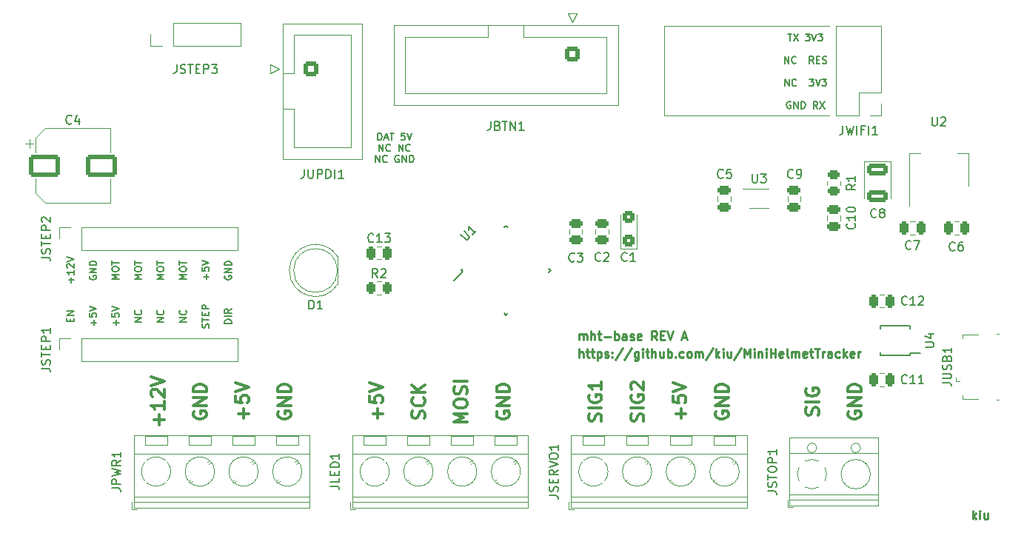
<source format=gto>
G04 #@! TF.GenerationSoftware,KiCad,Pcbnew,(6.0.0)*
G04 #@! TF.CreationDate,2022-07-19T14:29:55+02:00*
G04 #@! TF.ProjectId,mht-base,6e666c2d-6261-4736-952e-6b696361645f,rev?*
G04 #@! TF.SameCoordinates,Original*
G04 #@! TF.FileFunction,Legend,Top*
G04 #@! TF.FilePolarity,Positive*
%FSLAX46Y46*%
G04 Gerber Fmt 4.6, Leading zero omitted, Abs format (unit mm)*
G04 Created by KiCad (PCBNEW (6.0.0)) date 2022-07-19 14:29:55*
%MOMM*%
%LPD*%
G01*
G04 APERTURE LIST*
G04 Aperture macros list*
%AMRoundRect*
0 Rectangle with rounded corners*
0 $1 Rounding radius*
0 $2 $3 $4 $5 $6 $7 $8 $9 X,Y pos of 4 corners*
0 Add a 4 corners polygon primitive as box body*
4,1,4,$2,$3,$4,$5,$6,$7,$8,$9,$2,$3,0*
0 Add four circle primitives for the rounded corners*
1,1,$1+$1,$2,$3*
1,1,$1+$1,$4,$5*
1,1,$1+$1,$6,$7*
1,1,$1+$1,$8,$9*
0 Add four rect primitives between the rounded corners*
20,1,$1+$1,$2,$3,$4,$5,0*
20,1,$1+$1,$4,$5,$6,$7,0*
20,1,$1+$1,$6,$7,$8,$9,0*
20,1,$1+$1,$8,$9,$2,$3,0*%
%AMRotRect*
0 Rectangle, with rotation*
0 The origin of the aperture is its center*
0 $1 length*
0 $2 width*
0 $3 Rotation angle, in degrees counterclockwise*
0 Add horizontal line*
21,1,$1,$2,0,0,$3*%
G04 Aperture macros list end*
%ADD10C,0.120000*%
%ADD11C,0.375000*%
%ADD12C,0.250000*%
%ADD13C,0.200000*%
%ADD14C,0.150000*%
%ADD15RoundRect,0.250000X-0.250000X-0.475000X0.250000X-0.475000X0.250000X0.475000X-0.250000X0.475000X0*%
%ADD16R,2.100000X2.100000*%
%ADD17C,2.100000*%
%ADD18RoundRect,0.250000X-0.262500X-0.450000X0.262500X-0.450000X0.262500X0.450000X-0.262500X0.450000X0*%
%ADD19R,1.700000X1.700000*%
%ADD20O,1.700000X1.700000*%
%ADD21RoundRect,0.250000X-1.500000X-1.000000X1.500000X-1.000000X1.500000X1.000000X-1.500000X1.000000X0*%
%ADD22RoundRect,0.250000X0.250000X0.475000X-0.250000X0.475000X-0.250000X-0.475000X0.250000X-0.475000X0*%
%ADD23RoundRect,0.250000X-0.475000X0.250000X-0.475000X-0.250000X0.475000X-0.250000X0.475000X0.250000X0*%
%ADD24R,0.800000X0.300000*%
%ADD25C,3.200000*%
%ADD26R,2.500000X2.500000*%
%ADD27C,2.500000*%
%ADD28R,1.800000X1.800000*%
%ADD29C,1.800000*%
%ADD30RoundRect,0.250000X-0.925000X0.412500X-0.925000X-0.412500X0.925000X-0.412500X0.925000X0.412500X0*%
%ADD31R,1.400000X0.300000*%
%ADD32C,1.700000*%
%ADD33RoundRect,0.250000X-0.600000X0.600000X-0.600000X-0.600000X0.600000X-0.600000X0.600000X0.600000X0*%
%ADD34RoundRect,0.250000X0.425000X-0.450000X0.425000X0.450000X-0.425000X0.450000X-0.425000X-0.450000X0*%
%ADD35RoundRect,0.250000X-0.450000X0.262500X-0.450000X-0.262500X0.450000X-0.262500X0.450000X0.262500X0*%
%ADD36R,1.500000X2.000000*%
%ADD37R,3.800000X2.000000*%
%ADD38RotRect,1.600000X0.550000X45.000000*%
%ADD39RotRect,1.600000X0.550000X135.000000*%
%ADD40RoundRect,0.250000X-0.600000X-0.600000X0.600000X-0.600000X0.600000X0.600000X-0.600000X0.600000X0*%
%ADD41R,1.400000X0.400000*%
%ADD42R,1.450000X1.150000*%
%ADD43O,1.850000X1.050000*%
%ADD44R,1.900000X1.975000*%
G04 APERTURE END LIST*
D10*
X113565000Y-62000000D02*
X113565000Y-72280000D01*
X132500000Y-62000000D02*
X113565000Y-62000000D01*
X132500000Y-72280000D02*
X113565000Y-72280000D01*
D11*
X106362142Y-107250000D02*
X106433571Y-107035714D01*
X106433571Y-106678571D01*
X106362142Y-106535714D01*
X106290714Y-106464285D01*
X106147857Y-106392857D01*
X106005000Y-106392857D01*
X105862142Y-106464285D01*
X105790714Y-106535714D01*
X105719285Y-106678571D01*
X105647857Y-106964285D01*
X105576428Y-107107142D01*
X105505000Y-107178571D01*
X105362142Y-107250000D01*
X105219285Y-107250000D01*
X105076428Y-107178571D01*
X105005000Y-107107142D01*
X104933571Y-106964285D01*
X104933571Y-106607142D01*
X105005000Y-106392857D01*
X106433571Y-105750000D02*
X104933571Y-105750000D01*
X105005000Y-104250000D02*
X104933571Y-104392857D01*
X104933571Y-104607142D01*
X105005000Y-104821428D01*
X105147857Y-104964285D01*
X105290714Y-105035714D01*
X105576428Y-105107142D01*
X105790714Y-105107142D01*
X106076428Y-105035714D01*
X106219285Y-104964285D01*
X106362142Y-104821428D01*
X106433571Y-104607142D01*
X106433571Y-104464285D01*
X106362142Y-104250000D01*
X106290714Y-104178571D01*
X105790714Y-104178571D01*
X105790714Y-104464285D01*
X106433571Y-102750000D02*
X106433571Y-103607142D01*
X106433571Y-103178571D02*
X104933571Y-103178571D01*
X105147857Y-103321428D01*
X105290714Y-103464285D01*
X105362142Y-103607142D01*
X111192142Y-107250000D02*
X111263571Y-107035714D01*
X111263571Y-106678571D01*
X111192142Y-106535714D01*
X111120714Y-106464285D01*
X110977857Y-106392857D01*
X110835000Y-106392857D01*
X110692142Y-106464285D01*
X110620714Y-106535714D01*
X110549285Y-106678571D01*
X110477857Y-106964285D01*
X110406428Y-107107142D01*
X110335000Y-107178571D01*
X110192142Y-107250000D01*
X110049285Y-107250000D01*
X109906428Y-107178571D01*
X109835000Y-107107142D01*
X109763571Y-106964285D01*
X109763571Y-106607142D01*
X109835000Y-106392857D01*
X111263571Y-105750000D02*
X109763571Y-105750000D01*
X109835000Y-104250000D02*
X109763571Y-104392857D01*
X109763571Y-104607142D01*
X109835000Y-104821428D01*
X109977857Y-104964285D01*
X110120714Y-105035714D01*
X110406428Y-105107142D01*
X110620714Y-105107142D01*
X110906428Y-105035714D01*
X111049285Y-104964285D01*
X111192142Y-104821428D01*
X111263571Y-104607142D01*
X111263571Y-104464285D01*
X111192142Y-104250000D01*
X111120714Y-104178571D01*
X110620714Y-104178571D01*
X110620714Y-104464285D01*
X109906428Y-103607142D02*
X109835000Y-103535714D01*
X109763571Y-103392857D01*
X109763571Y-103035714D01*
X109835000Y-102892857D01*
X109906428Y-102821428D01*
X110049285Y-102750000D01*
X110192142Y-102750000D01*
X110406428Y-102821428D01*
X111263571Y-103678571D01*
X111263571Y-102750000D01*
X115522142Y-106928571D02*
X115522142Y-105785714D01*
X116093571Y-106357142D02*
X114950714Y-106357142D01*
X114593571Y-104357142D02*
X114593571Y-105071428D01*
X115307857Y-105142857D01*
X115236428Y-105071428D01*
X115165000Y-104928571D01*
X115165000Y-104571428D01*
X115236428Y-104428571D01*
X115307857Y-104357142D01*
X115450714Y-104285714D01*
X115807857Y-104285714D01*
X115950714Y-104357142D01*
X116022142Y-104428571D01*
X116093571Y-104571428D01*
X116093571Y-104928571D01*
X116022142Y-105071428D01*
X115950714Y-105142857D01*
X114593571Y-103857142D02*
X116093571Y-103357142D01*
X114593571Y-102857142D01*
X119495000Y-106142857D02*
X119423571Y-106285714D01*
X119423571Y-106500000D01*
X119495000Y-106714285D01*
X119637857Y-106857142D01*
X119780714Y-106928571D01*
X120066428Y-107000000D01*
X120280714Y-107000000D01*
X120566428Y-106928571D01*
X120709285Y-106857142D01*
X120852142Y-106714285D01*
X120923571Y-106500000D01*
X120923571Y-106357142D01*
X120852142Y-106142857D01*
X120780714Y-106071428D01*
X120280714Y-106071428D01*
X120280714Y-106357142D01*
X120923571Y-105428571D02*
X119423571Y-105428571D01*
X120923571Y-104571428D01*
X119423571Y-104571428D01*
X120923571Y-103857142D02*
X119423571Y-103857142D01*
X119423571Y-103500000D01*
X119495000Y-103285714D01*
X119637857Y-103142857D01*
X119780714Y-103071428D01*
X120066428Y-103000000D01*
X120280714Y-103000000D01*
X120566428Y-103071428D01*
X120709285Y-103142857D01*
X120852142Y-103285714D01*
X120923571Y-103500000D01*
X120923571Y-103857142D01*
D12*
X148885119Y-118452380D02*
X148885119Y-117452380D01*
X148980357Y-118071428D02*
X149266071Y-118452380D01*
X149266071Y-117785714D02*
X148885119Y-118166666D01*
X149694642Y-118452380D02*
X149694642Y-117785714D01*
X149694642Y-117452380D02*
X149647023Y-117500000D01*
X149694642Y-117547619D01*
X149742261Y-117500000D01*
X149694642Y-117452380D01*
X149694642Y-117547619D01*
X150599404Y-117785714D02*
X150599404Y-118452380D01*
X150170833Y-117785714D02*
X150170833Y-118309523D01*
X150218452Y-118404761D01*
X150313690Y-118452380D01*
X150456547Y-118452380D01*
X150551785Y-118404761D01*
X150599404Y-118357142D01*
X103900595Y-97952380D02*
X103900595Y-97285714D01*
X103900595Y-97380952D02*
X103948214Y-97333333D01*
X104043452Y-97285714D01*
X104186309Y-97285714D01*
X104281547Y-97333333D01*
X104329166Y-97428571D01*
X104329166Y-97952380D01*
X104329166Y-97428571D02*
X104376785Y-97333333D01*
X104472023Y-97285714D01*
X104614880Y-97285714D01*
X104710119Y-97333333D01*
X104757738Y-97428571D01*
X104757738Y-97952380D01*
X105233928Y-97952380D02*
X105233928Y-96952380D01*
X105662500Y-97952380D02*
X105662500Y-97428571D01*
X105614880Y-97333333D01*
X105519642Y-97285714D01*
X105376785Y-97285714D01*
X105281547Y-97333333D01*
X105233928Y-97380952D01*
X105995833Y-97285714D02*
X106376785Y-97285714D01*
X106138690Y-96952380D02*
X106138690Y-97809523D01*
X106186309Y-97904761D01*
X106281547Y-97952380D01*
X106376785Y-97952380D01*
X106710119Y-97571428D02*
X107472023Y-97571428D01*
X107948214Y-97952380D02*
X107948214Y-96952380D01*
X107948214Y-97333333D02*
X108043452Y-97285714D01*
X108233928Y-97285714D01*
X108329166Y-97333333D01*
X108376785Y-97380952D01*
X108424404Y-97476190D01*
X108424404Y-97761904D01*
X108376785Y-97857142D01*
X108329166Y-97904761D01*
X108233928Y-97952380D01*
X108043452Y-97952380D01*
X107948214Y-97904761D01*
X109281547Y-97952380D02*
X109281547Y-97428571D01*
X109233928Y-97333333D01*
X109138690Y-97285714D01*
X108948214Y-97285714D01*
X108852976Y-97333333D01*
X109281547Y-97904761D02*
X109186309Y-97952380D01*
X108948214Y-97952380D01*
X108852976Y-97904761D01*
X108805357Y-97809523D01*
X108805357Y-97714285D01*
X108852976Y-97619047D01*
X108948214Y-97571428D01*
X109186309Y-97571428D01*
X109281547Y-97523809D01*
X109710119Y-97904761D02*
X109805357Y-97952380D01*
X109995833Y-97952380D01*
X110091071Y-97904761D01*
X110138690Y-97809523D01*
X110138690Y-97761904D01*
X110091071Y-97666666D01*
X109995833Y-97619047D01*
X109852976Y-97619047D01*
X109757738Y-97571428D01*
X109710119Y-97476190D01*
X109710119Y-97428571D01*
X109757738Y-97333333D01*
X109852976Y-97285714D01*
X109995833Y-97285714D01*
X110091071Y-97333333D01*
X110948214Y-97904761D02*
X110852976Y-97952380D01*
X110662500Y-97952380D01*
X110567261Y-97904761D01*
X110519642Y-97809523D01*
X110519642Y-97428571D01*
X110567261Y-97333333D01*
X110662500Y-97285714D01*
X110852976Y-97285714D01*
X110948214Y-97333333D01*
X110995833Y-97428571D01*
X110995833Y-97523809D01*
X110519642Y-97619047D01*
X112757738Y-97952380D02*
X112424404Y-97476190D01*
X112186309Y-97952380D02*
X112186309Y-96952380D01*
X112567261Y-96952380D01*
X112662500Y-97000000D01*
X112710119Y-97047619D01*
X112757738Y-97142857D01*
X112757738Y-97285714D01*
X112710119Y-97380952D01*
X112662500Y-97428571D01*
X112567261Y-97476190D01*
X112186309Y-97476190D01*
X113186309Y-97428571D02*
X113519642Y-97428571D01*
X113662500Y-97952380D02*
X113186309Y-97952380D01*
X113186309Y-96952380D01*
X113662500Y-96952380D01*
X113948214Y-96952380D02*
X114281547Y-97952380D01*
X114614880Y-96952380D01*
X115662500Y-97666666D02*
X116138690Y-97666666D01*
X115567261Y-97952380D02*
X115900595Y-96952380D01*
X116233928Y-97952380D01*
X103900595Y-99952380D02*
X103900595Y-98952380D01*
X104329166Y-99952380D02*
X104329166Y-99428571D01*
X104281547Y-99333333D01*
X104186309Y-99285714D01*
X104043452Y-99285714D01*
X103948214Y-99333333D01*
X103900595Y-99380952D01*
X104662500Y-99285714D02*
X105043452Y-99285714D01*
X104805357Y-98952380D02*
X104805357Y-99809523D01*
X104852976Y-99904761D01*
X104948214Y-99952380D01*
X105043452Y-99952380D01*
X105233928Y-99285714D02*
X105614880Y-99285714D01*
X105376785Y-98952380D02*
X105376785Y-99809523D01*
X105424404Y-99904761D01*
X105519642Y-99952380D01*
X105614880Y-99952380D01*
X105948214Y-99285714D02*
X105948214Y-100285714D01*
X105948214Y-99333333D02*
X106043452Y-99285714D01*
X106233928Y-99285714D01*
X106329166Y-99333333D01*
X106376785Y-99380952D01*
X106424404Y-99476190D01*
X106424404Y-99761904D01*
X106376785Y-99857142D01*
X106329166Y-99904761D01*
X106233928Y-99952380D01*
X106043452Y-99952380D01*
X105948214Y-99904761D01*
X106805357Y-99904761D02*
X106900595Y-99952380D01*
X107091071Y-99952380D01*
X107186309Y-99904761D01*
X107233928Y-99809523D01*
X107233928Y-99761904D01*
X107186309Y-99666666D01*
X107091071Y-99619047D01*
X106948214Y-99619047D01*
X106852976Y-99571428D01*
X106805357Y-99476190D01*
X106805357Y-99428571D01*
X106852976Y-99333333D01*
X106948214Y-99285714D01*
X107091071Y-99285714D01*
X107186309Y-99333333D01*
X107662500Y-99857142D02*
X107710119Y-99904761D01*
X107662500Y-99952380D01*
X107614880Y-99904761D01*
X107662500Y-99857142D01*
X107662500Y-99952380D01*
X107662500Y-99333333D02*
X107710119Y-99380952D01*
X107662500Y-99428571D01*
X107614880Y-99380952D01*
X107662500Y-99333333D01*
X107662500Y-99428571D01*
X108852976Y-98904761D02*
X107995833Y-100190476D01*
X109900595Y-98904761D02*
X109043452Y-100190476D01*
X110662500Y-99285714D02*
X110662500Y-100095238D01*
X110614880Y-100190476D01*
X110567261Y-100238095D01*
X110472023Y-100285714D01*
X110329166Y-100285714D01*
X110233928Y-100238095D01*
X110662500Y-99904761D02*
X110567261Y-99952380D01*
X110376785Y-99952380D01*
X110281547Y-99904761D01*
X110233928Y-99857142D01*
X110186309Y-99761904D01*
X110186309Y-99476190D01*
X110233928Y-99380952D01*
X110281547Y-99333333D01*
X110376785Y-99285714D01*
X110567261Y-99285714D01*
X110662500Y-99333333D01*
X111138690Y-99952380D02*
X111138690Y-99285714D01*
X111138690Y-98952380D02*
X111091071Y-99000000D01*
X111138690Y-99047619D01*
X111186309Y-99000000D01*
X111138690Y-98952380D01*
X111138690Y-99047619D01*
X111472023Y-99285714D02*
X111852976Y-99285714D01*
X111614880Y-98952380D02*
X111614880Y-99809523D01*
X111662500Y-99904761D01*
X111757738Y-99952380D01*
X111852976Y-99952380D01*
X112186309Y-99952380D02*
X112186309Y-98952380D01*
X112614880Y-99952380D02*
X112614880Y-99428571D01*
X112567261Y-99333333D01*
X112472023Y-99285714D01*
X112329166Y-99285714D01*
X112233928Y-99333333D01*
X112186309Y-99380952D01*
X113519642Y-99285714D02*
X113519642Y-99952380D01*
X113091071Y-99285714D02*
X113091071Y-99809523D01*
X113138690Y-99904761D01*
X113233928Y-99952380D01*
X113376785Y-99952380D01*
X113472023Y-99904761D01*
X113519642Y-99857142D01*
X113995833Y-99952380D02*
X113995833Y-98952380D01*
X113995833Y-99333333D02*
X114091071Y-99285714D01*
X114281547Y-99285714D01*
X114376785Y-99333333D01*
X114424404Y-99380952D01*
X114472023Y-99476190D01*
X114472023Y-99761904D01*
X114424404Y-99857142D01*
X114376785Y-99904761D01*
X114281547Y-99952380D01*
X114091071Y-99952380D01*
X113995833Y-99904761D01*
X114900595Y-99857142D02*
X114948214Y-99904761D01*
X114900595Y-99952380D01*
X114852976Y-99904761D01*
X114900595Y-99857142D01*
X114900595Y-99952380D01*
X115805357Y-99904761D02*
X115710119Y-99952380D01*
X115519642Y-99952380D01*
X115424404Y-99904761D01*
X115376785Y-99857142D01*
X115329166Y-99761904D01*
X115329166Y-99476190D01*
X115376785Y-99380952D01*
X115424404Y-99333333D01*
X115519642Y-99285714D01*
X115710119Y-99285714D01*
X115805357Y-99333333D01*
X116376785Y-99952380D02*
X116281547Y-99904761D01*
X116233928Y-99857142D01*
X116186309Y-99761904D01*
X116186309Y-99476190D01*
X116233928Y-99380952D01*
X116281547Y-99333333D01*
X116376785Y-99285714D01*
X116519642Y-99285714D01*
X116614880Y-99333333D01*
X116662500Y-99380952D01*
X116710119Y-99476190D01*
X116710119Y-99761904D01*
X116662500Y-99857142D01*
X116614880Y-99904761D01*
X116519642Y-99952380D01*
X116376785Y-99952380D01*
X117138690Y-99952380D02*
X117138690Y-99285714D01*
X117138690Y-99380952D02*
X117186309Y-99333333D01*
X117281547Y-99285714D01*
X117424404Y-99285714D01*
X117519642Y-99333333D01*
X117567261Y-99428571D01*
X117567261Y-99952380D01*
X117567261Y-99428571D02*
X117614880Y-99333333D01*
X117710119Y-99285714D01*
X117852976Y-99285714D01*
X117948214Y-99333333D01*
X117995833Y-99428571D01*
X117995833Y-99952380D01*
X119186309Y-98904761D02*
X118329166Y-100190476D01*
X119519642Y-99952380D02*
X119519642Y-98952380D01*
X119614880Y-99571428D02*
X119900595Y-99952380D01*
X119900595Y-99285714D02*
X119519642Y-99666666D01*
X120329166Y-99952380D02*
X120329166Y-99285714D01*
X120329166Y-98952380D02*
X120281547Y-99000000D01*
X120329166Y-99047619D01*
X120376785Y-99000000D01*
X120329166Y-98952380D01*
X120329166Y-99047619D01*
X121233928Y-99285714D02*
X121233928Y-99952380D01*
X120805357Y-99285714D02*
X120805357Y-99809523D01*
X120852976Y-99904761D01*
X120948214Y-99952380D01*
X121091071Y-99952380D01*
X121186309Y-99904761D01*
X121233928Y-99857142D01*
X122424404Y-98904761D02*
X121567261Y-100190476D01*
X122757738Y-99952380D02*
X122757738Y-98952380D01*
X123091071Y-99666666D01*
X123424404Y-98952380D01*
X123424404Y-99952380D01*
X123900595Y-99952380D02*
X123900595Y-99285714D01*
X123900595Y-98952380D02*
X123852976Y-99000000D01*
X123900595Y-99047619D01*
X123948214Y-99000000D01*
X123900595Y-98952380D01*
X123900595Y-99047619D01*
X124376785Y-99285714D02*
X124376785Y-99952380D01*
X124376785Y-99380952D02*
X124424404Y-99333333D01*
X124519642Y-99285714D01*
X124662500Y-99285714D01*
X124757738Y-99333333D01*
X124805357Y-99428571D01*
X124805357Y-99952380D01*
X125281547Y-99952380D02*
X125281547Y-99285714D01*
X125281547Y-98952380D02*
X125233928Y-99000000D01*
X125281547Y-99047619D01*
X125329166Y-99000000D01*
X125281547Y-98952380D01*
X125281547Y-99047619D01*
X125757738Y-99952380D02*
X125757738Y-98952380D01*
X125757738Y-99428571D02*
X126329166Y-99428571D01*
X126329166Y-99952380D02*
X126329166Y-98952380D01*
X127186309Y-99904761D02*
X127091071Y-99952380D01*
X126900595Y-99952380D01*
X126805357Y-99904761D01*
X126757738Y-99809523D01*
X126757738Y-99428571D01*
X126805357Y-99333333D01*
X126900595Y-99285714D01*
X127091071Y-99285714D01*
X127186309Y-99333333D01*
X127233928Y-99428571D01*
X127233928Y-99523809D01*
X126757738Y-99619047D01*
X127805357Y-99952380D02*
X127710119Y-99904761D01*
X127662500Y-99809523D01*
X127662500Y-98952380D01*
X128186309Y-99952380D02*
X128186309Y-99285714D01*
X128186309Y-99380952D02*
X128233928Y-99333333D01*
X128329166Y-99285714D01*
X128472023Y-99285714D01*
X128567261Y-99333333D01*
X128614880Y-99428571D01*
X128614880Y-99952380D01*
X128614880Y-99428571D02*
X128662500Y-99333333D01*
X128757738Y-99285714D01*
X128900595Y-99285714D01*
X128995833Y-99333333D01*
X129043452Y-99428571D01*
X129043452Y-99952380D01*
X129900595Y-99904761D02*
X129805357Y-99952380D01*
X129614880Y-99952380D01*
X129519642Y-99904761D01*
X129472023Y-99809523D01*
X129472023Y-99428571D01*
X129519642Y-99333333D01*
X129614880Y-99285714D01*
X129805357Y-99285714D01*
X129900595Y-99333333D01*
X129948214Y-99428571D01*
X129948214Y-99523809D01*
X129472023Y-99619047D01*
X130233928Y-99285714D02*
X130614880Y-99285714D01*
X130376785Y-98952380D02*
X130376785Y-99809523D01*
X130424404Y-99904761D01*
X130519642Y-99952380D01*
X130614880Y-99952380D01*
X130805357Y-98952380D02*
X131376785Y-98952380D01*
X131091071Y-99952380D02*
X131091071Y-98952380D01*
X131710119Y-99952380D02*
X131710119Y-99285714D01*
X131710119Y-99476190D02*
X131757738Y-99380952D01*
X131805357Y-99333333D01*
X131900595Y-99285714D01*
X131995833Y-99285714D01*
X132757738Y-99952380D02*
X132757738Y-99428571D01*
X132710119Y-99333333D01*
X132614880Y-99285714D01*
X132424404Y-99285714D01*
X132329166Y-99333333D01*
X132757738Y-99904761D02*
X132662500Y-99952380D01*
X132424404Y-99952380D01*
X132329166Y-99904761D01*
X132281547Y-99809523D01*
X132281547Y-99714285D01*
X132329166Y-99619047D01*
X132424404Y-99571428D01*
X132662500Y-99571428D01*
X132757738Y-99523809D01*
X133662500Y-99904761D02*
X133567261Y-99952380D01*
X133376785Y-99952380D01*
X133281547Y-99904761D01*
X133233928Y-99857142D01*
X133186309Y-99761904D01*
X133186309Y-99476190D01*
X133233928Y-99380952D01*
X133281547Y-99333333D01*
X133376785Y-99285714D01*
X133567261Y-99285714D01*
X133662500Y-99333333D01*
X134091071Y-99952380D02*
X134091071Y-98952380D01*
X134186309Y-99571428D02*
X134472023Y-99952380D01*
X134472023Y-99285714D02*
X134091071Y-99666666D01*
X135281547Y-99904761D02*
X135186309Y-99952380D01*
X134995833Y-99952380D01*
X134900595Y-99904761D01*
X134852976Y-99809523D01*
X134852976Y-99428571D01*
X134900595Y-99333333D01*
X134995833Y-99285714D01*
X135186309Y-99285714D01*
X135281547Y-99333333D01*
X135329166Y-99428571D01*
X135329166Y-99523809D01*
X134852976Y-99619047D01*
X135757738Y-99952380D02*
X135757738Y-99285714D01*
X135757738Y-99476190D02*
X135805357Y-99380952D01*
X135852976Y-99333333D01*
X135948214Y-99285714D01*
X136043452Y-99285714D01*
D13*
X80864285Y-75073904D02*
X80864285Y-74273904D01*
X81054761Y-74273904D01*
X81169047Y-74312000D01*
X81245238Y-74388190D01*
X81283333Y-74464380D01*
X81321428Y-74616761D01*
X81321428Y-74731047D01*
X81283333Y-74883428D01*
X81245238Y-74959619D01*
X81169047Y-75035809D01*
X81054761Y-75073904D01*
X80864285Y-75073904D01*
X81626190Y-74845333D02*
X82007142Y-74845333D01*
X81550000Y-75073904D02*
X81816666Y-74273904D01*
X82083333Y-75073904D01*
X82235714Y-74273904D02*
X82692857Y-74273904D01*
X82464285Y-75073904D02*
X82464285Y-74273904D01*
X83950000Y-74273904D02*
X83569047Y-74273904D01*
X83530952Y-74654857D01*
X83569047Y-74616761D01*
X83645238Y-74578666D01*
X83835714Y-74578666D01*
X83911904Y-74616761D01*
X83950000Y-74654857D01*
X83988095Y-74731047D01*
X83988095Y-74921523D01*
X83950000Y-74997714D01*
X83911904Y-75035809D01*
X83835714Y-75073904D01*
X83645238Y-75073904D01*
X83569047Y-75035809D01*
X83530952Y-74997714D01*
X84216666Y-74273904D02*
X84483333Y-75073904D01*
X84750000Y-74273904D01*
X80997619Y-76361904D02*
X80997619Y-75561904D01*
X81454761Y-76361904D01*
X81454761Y-75561904D01*
X82292857Y-76285714D02*
X82254761Y-76323809D01*
X82140476Y-76361904D01*
X82064285Y-76361904D01*
X81950000Y-76323809D01*
X81873809Y-76247619D01*
X81835714Y-76171428D01*
X81797619Y-76019047D01*
X81797619Y-75904761D01*
X81835714Y-75752380D01*
X81873809Y-75676190D01*
X81950000Y-75600000D01*
X82064285Y-75561904D01*
X82140476Y-75561904D01*
X82254761Y-75600000D01*
X82292857Y-75638095D01*
X83245238Y-76361904D02*
X83245238Y-75561904D01*
X83702380Y-76361904D01*
X83702380Y-75561904D01*
X84540476Y-76285714D02*
X84502380Y-76323809D01*
X84388095Y-76361904D01*
X84311904Y-76361904D01*
X84197619Y-76323809D01*
X84121428Y-76247619D01*
X84083333Y-76171428D01*
X84045238Y-76019047D01*
X84045238Y-75904761D01*
X84083333Y-75752380D01*
X84121428Y-75676190D01*
X84197619Y-75600000D01*
X84311904Y-75561904D01*
X84388095Y-75561904D01*
X84502380Y-75600000D01*
X84540476Y-75638095D01*
X80597619Y-77649904D02*
X80597619Y-76849904D01*
X81054761Y-77649904D01*
X81054761Y-76849904D01*
X81892857Y-77573714D02*
X81854761Y-77611809D01*
X81740476Y-77649904D01*
X81664285Y-77649904D01*
X81550000Y-77611809D01*
X81473809Y-77535619D01*
X81435714Y-77459428D01*
X81397619Y-77307047D01*
X81397619Y-77192761D01*
X81435714Y-77040380D01*
X81473809Y-76964190D01*
X81550000Y-76888000D01*
X81664285Y-76849904D01*
X81740476Y-76849904D01*
X81854761Y-76888000D01*
X81892857Y-76926095D01*
X83264285Y-76888000D02*
X83188095Y-76849904D01*
X83073809Y-76849904D01*
X82959523Y-76888000D01*
X82883333Y-76964190D01*
X82845238Y-77040380D01*
X82807142Y-77192761D01*
X82807142Y-77307047D01*
X82845238Y-77459428D01*
X82883333Y-77535619D01*
X82959523Y-77611809D01*
X83073809Y-77649904D01*
X83150000Y-77649904D01*
X83264285Y-77611809D01*
X83302380Y-77573714D01*
X83302380Y-77307047D01*
X83150000Y-77307047D01*
X83645238Y-77649904D02*
X83645238Y-76849904D01*
X84102380Y-77649904D01*
X84102380Y-76849904D01*
X84483333Y-77649904D02*
X84483333Y-76849904D01*
X84673809Y-76849904D01*
X84788095Y-76888000D01*
X84864285Y-76964190D01*
X84902380Y-77040380D01*
X84940476Y-77192761D01*
X84940476Y-77307047D01*
X84902380Y-77459428D01*
X84864285Y-77535619D01*
X84788095Y-77611809D01*
X84673809Y-77649904D01*
X84483333Y-77649904D01*
X45676857Y-95840476D02*
X45676857Y-95573809D01*
X46095904Y-95459523D02*
X46095904Y-95840476D01*
X45295904Y-95840476D01*
X45295904Y-95459523D01*
X46095904Y-95116666D02*
X45295904Y-95116666D01*
X46095904Y-94659523D01*
X45295904Y-94659523D01*
X48367142Y-96278571D02*
X48367142Y-95669047D01*
X48671904Y-95973809D02*
X48062380Y-95973809D01*
X47871904Y-94907142D02*
X47871904Y-95288095D01*
X48252857Y-95326190D01*
X48214761Y-95288095D01*
X48176666Y-95211904D01*
X48176666Y-95021428D01*
X48214761Y-94945238D01*
X48252857Y-94907142D01*
X48329047Y-94869047D01*
X48519523Y-94869047D01*
X48595714Y-94907142D01*
X48633809Y-94945238D01*
X48671904Y-95021428D01*
X48671904Y-95211904D01*
X48633809Y-95288095D01*
X48595714Y-95326190D01*
X47871904Y-94640476D02*
X48671904Y-94373809D01*
X47871904Y-94107142D01*
X50943142Y-96278571D02*
X50943142Y-95669047D01*
X51247904Y-95973809D02*
X50638380Y-95973809D01*
X50447904Y-94907142D02*
X50447904Y-95288095D01*
X50828857Y-95326190D01*
X50790761Y-95288095D01*
X50752666Y-95211904D01*
X50752666Y-95021428D01*
X50790761Y-94945238D01*
X50828857Y-94907142D01*
X50905047Y-94869047D01*
X51095523Y-94869047D01*
X51171714Y-94907142D01*
X51209809Y-94945238D01*
X51247904Y-95021428D01*
X51247904Y-95211904D01*
X51209809Y-95288095D01*
X51171714Y-95326190D01*
X50447904Y-94640476D02*
X51247904Y-94373809D01*
X50447904Y-94107142D01*
X53823904Y-95878571D02*
X53023904Y-95878571D01*
X53823904Y-95421428D01*
X53023904Y-95421428D01*
X53747714Y-94583333D02*
X53785809Y-94621428D01*
X53823904Y-94735714D01*
X53823904Y-94811904D01*
X53785809Y-94926190D01*
X53709619Y-95002380D01*
X53633428Y-95040476D01*
X53481047Y-95078571D01*
X53366761Y-95078571D01*
X53214380Y-95040476D01*
X53138190Y-95002380D01*
X53062000Y-94926190D01*
X53023904Y-94811904D01*
X53023904Y-94735714D01*
X53062000Y-94621428D01*
X53100095Y-94583333D01*
X56399904Y-95878571D02*
X55599904Y-95878571D01*
X56399904Y-95421428D01*
X55599904Y-95421428D01*
X56323714Y-94583333D02*
X56361809Y-94621428D01*
X56399904Y-94735714D01*
X56399904Y-94811904D01*
X56361809Y-94926190D01*
X56285619Y-95002380D01*
X56209428Y-95040476D01*
X56057047Y-95078571D01*
X55942761Y-95078571D01*
X55790380Y-95040476D01*
X55714190Y-95002380D01*
X55638000Y-94926190D01*
X55599904Y-94811904D01*
X55599904Y-94735714D01*
X55638000Y-94621428D01*
X55676095Y-94583333D01*
X58975904Y-95878571D02*
X58175904Y-95878571D01*
X58975904Y-95421428D01*
X58175904Y-95421428D01*
X58899714Y-94583333D02*
X58937809Y-94621428D01*
X58975904Y-94735714D01*
X58975904Y-94811904D01*
X58937809Y-94926190D01*
X58861619Y-95002380D01*
X58785428Y-95040476D01*
X58633047Y-95078571D01*
X58518761Y-95078571D01*
X58366380Y-95040476D01*
X58290190Y-95002380D01*
X58214000Y-94926190D01*
X58175904Y-94811904D01*
X58175904Y-94735714D01*
X58214000Y-94621428D01*
X58252095Y-94583333D01*
X61513809Y-96545238D02*
X61551904Y-96430952D01*
X61551904Y-96240476D01*
X61513809Y-96164285D01*
X61475714Y-96126190D01*
X61399523Y-96088095D01*
X61323333Y-96088095D01*
X61247142Y-96126190D01*
X61209047Y-96164285D01*
X61170952Y-96240476D01*
X61132857Y-96392857D01*
X61094761Y-96469047D01*
X61056666Y-96507142D01*
X60980476Y-96545238D01*
X60904285Y-96545238D01*
X60828095Y-96507142D01*
X60790000Y-96469047D01*
X60751904Y-96392857D01*
X60751904Y-96202380D01*
X60790000Y-96088095D01*
X60751904Y-95859523D02*
X60751904Y-95402380D01*
X61551904Y-95630952D02*
X60751904Y-95630952D01*
X61132857Y-95135714D02*
X61132857Y-94869047D01*
X61551904Y-94754761D02*
X61551904Y-95135714D01*
X60751904Y-95135714D01*
X60751904Y-94754761D01*
X61551904Y-94411904D02*
X60751904Y-94411904D01*
X60751904Y-94107142D01*
X60790000Y-94030952D01*
X60828095Y-93992857D01*
X60904285Y-93954761D01*
X61018571Y-93954761D01*
X61094761Y-93992857D01*
X61132857Y-94030952D01*
X61170952Y-94107142D01*
X61170952Y-94411904D01*
X64127904Y-96050000D02*
X63327904Y-96050000D01*
X63327904Y-95859523D01*
X63366000Y-95745238D01*
X63442190Y-95669047D01*
X63518380Y-95630952D01*
X63670761Y-95592857D01*
X63785047Y-95592857D01*
X63937428Y-95630952D01*
X64013619Y-95669047D01*
X64089809Y-95745238D01*
X64127904Y-95859523D01*
X64127904Y-96050000D01*
X64127904Y-95250000D02*
X63327904Y-95250000D01*
X64127904Y-94411904D02*
X63746952Y-94678571D01*
X64127904Y-94869047D02*
X63327904Y-94869047D01*
X63327904Y-94564285D01*
X63366000Y-94488095D01*
X63404095Y-94450000D01*
X63480285Y-94411904D01*
X63594571Y-94411904D01*
X63670761Y-94450000D01*
X63708857Y-94488095D01*
X63746952Y-94564285D01*
X63746952Y-94869047D01*
D11*
X55862142Y-107642857D02*
X55862142Y-106500000D01*
X56433571Y-107071428D02*
X55290714Y-107071428D01*
X56433571Y-105000000D02*
X56433571Y-105857142D01*
X56433571Y-105428571D02*
X54933571Y-105428571D01*
X55147857Y-105571428D01*
X55290714Y-105714285D01*
X55362142Y-105857142D01*
X55076428Y-104428571D02*
X55005000Y-104357142D01*
X54933571Y-104214285D01*
X54933571Y-103857142D01*
X55005000Y-103714285D01*
X55076428Y-103642857D01*
X55219285Y-103571428D01*
X55362142Y-103571428D01*
X55576428Y-103642857D01*
X56433571Y-104500000D01*
X56433571Y-103571428D01*
X54933571Y-103142857D02*
X56433571Y-102642857D01*
X54933571Y-102142857D01*
X59835000Y-106142857D02*
X59763571Y-106285714D01*
X59763571Y-106500000D01*
X59835000Y-106714285D01*
X59977857Y-106857142D01*
X60120714Y-106928571D01*
X60406428Y-107000000D01*
X60620714Y-107000000D01*
X60906428Y-106928571D01*
X61049285Y-106857142D01*
X61192142Y-106714285D01*
X61263571Y-106500000D01*
X61263571Y-106357142D01*
X61192142Y-106142857D01*
X61120714Y-106071428D01*
X60620714Y-106071428D01*
X60620714Y-106357142D01*
X61263571Y-105428571D02*
X59763571Y-105428571D01*
X61263571Y-104571428D01*
X59763571Y-104571428D01*
X61263571Y-103857142D02*
X59763571Y-103857142D01*
X59763571Y-103500000D01*
X59835000Y-103285714D01*
X59977857Y-103142857D01*
X60120714Y-103071428D01*
X60406428Y-103000000D01*
X60620714Y-103000000D01*
X60906428Y-103071428D01*
X61049285Y-103142857D01*
X61192142Y-103285714D01*
X61263571Y-103500000D01*
X61263571Y-103857142D01*
X65522142Y-106928571D02*
X65522142Y-105785714D01*
X66093571Y-106357142D02*
X64950714Y-106357142D01*
X64593571Y-104357142D02*
X64593571Y-105071428D01*
X65307857Y-105142857D01*
X65236428Y-105071428D01*
X65165000Y-104928571D01*
X65165000Y-104571428D01*
X65236428Y-104428571D01*
X65307857Y-104357142D01*
X65450714Y-104285714D01*
X65807857Y-104285714D01*
X65950714Y-104357142D01*
X66022142Y-104428571D01*
X66093571Y-104571428D01*
X66093571Y-104928571D01*
X66022142Y-105071428D01*
X65950714Y-105142857D01*
X64593571Y-103857142D02*
X66093571Y-103357142D01*
X64593571Y-102857142D01*
X69495000Y-106142857D02*
X69423571Y-106285714D01*
X69423571Y-106500000D01*
X69495000Y-106714285D01*
X69637857Y-106857142D01*
X69780714Y-106928571D01*
X70066428Y-107000000D01*
X70280714Y-107000000D01*
X70566428Y-106928571D01*
X70709285Y-106857142D01*
X70852142Y-106714285D01*
X70923571Y-106500000D01*
X70923571Y-106357142D01*
X70852142Y-106142857D01*
X70780714Y-106071428D01*
X70280714Y-106071428D01*
X70280714Y-106357142D01*
X70923571Y-105428571D02*
X69423571Y-105428571D01*
X70923571Y-104571428D01*
X69423571Y-104571428D01*
X70923571Y-103857142D02*
X69423571Y-103857142D01*
X69423571Y-103500000D01*
X69495000Y-103285714D01*
X69637857Y-103142857D01*
X69780714Y-103071428D01*
X70066428Y-103000000D01*
X70280714Y-103000000D01*
X70566428Y-103071428D01*
X70709285Y-103142857D01*
X70852142Y-103285714D01*
X70923571Y-103500000D01*
X70923571Y-103857142D01*
D13*
X45791142Y-91409523D02*
X45791142Y-90800000D01*
X46095904Y-91104761D02*
X45486380Y-91104761D01*
X46095904Y-90000000D02*
X46095904Y-90457142D01*
X46095904Y-90228571D02*
X45295904Y-90228571D01*
X45410190Y-90304761D01*
X45486380Y-90380952D01*
X45524476Y-90457142D01*
X45372095Y-89695238D02*
X45334000Y-89657142D01*
X45295904Y-89580952D01*
X45295904Y-89390476D01*
X45334000Y-89314285D01*
X45372095Y-89276190D01*
X45448285Y-89238095D01*
X45524476Y-89238095D01*
X45638761Y-89276190D01*
X46095904Y-89733333D01*
X46095904Y-89238095D01*
X45295904Y-89009523D02*
X46095904Y-88742857D01*
X45295904Y-88476190D01*
X47910000Y-90609523D02*
X47871904Y-90685714D01*
X47871904Y-90800000D01*
X47910000Y-90914285D01*
X47986190Y-90990476D01*
X48062380Y-91028571D01*
X48214761Y-91066666D01*
X48329047Y-91066666D01*
X48481428Y-91028571D01*
X48557619Y-90990476D01*
X48633809Y-90914285D01*
X48671904Y-90800000D01*
X48671904Y-90723809D01*
X48633809Y-90609523D01*
X48595714Y-90571428D01*
X48329047Y-90571428D01*
X48329047Y-90723809D01*
X48671904Y-90228571D02*
X47871904Y-90228571D01*
X48671904Y-89771428D01*
X47871904Y-89771428D01*
X48671904Y-89390476D02*
X47871904Y-89390476D01*
X47871904Y-89200000D01*
X47910000Y-89085714D01*
X47986190Y-89009523D01*
X48062380Y-88971428D01*
X48214761Y-88933333D01*
X48329047Y-88933333D01*
X48481428Y-88971428D01*
X48557619Y-89009523D01*
X48633809Y-89085714D01*
X48671904Y-89200000D01*
X48671904Y-89390476D01*
X51247904Y-90990476D02*
X50447904Y-90990476D01*
X51019333Y-90723809D01*
X50447904Y-90457142D01*
X51247904Y-90457142D01*
X50447904Y-89923809D02*
X50447904Y-89771428D01*
X50486000Y-89695238D01*
X50562190Y-89619047D01*
X50714571Y-89580952D01*
X50981238Y-89580952D01*
X51133619Y-89619047D01*
X51209809Y-89695238D01*
X51247904Y-89771428D01*
X51247904Y-89923809D01*
X51209809Y-90000000D01*
X51133619Y-90076190D01*
X50981238Y-90114285D01*
X50714571Y-90114285D01*
X50562190Y-90076190D01*
X50486000Y-90000000D01*
X50447904Y-89923809D01*
X50447904Y-89352380D02*
X50447904Y-88895238D01*
X51247904Y-89123809D02*
X50447904Y-89123809D01*
X53823904Y-90990476D02*
X53023904Y-90990476D01*
X53595333Y-90723809D01*
X53023904Y-90457142D01*
X53823904Y-90457142D01*
X53023904Y-89923809D02*
X53023904Y-89771428D01*
X53062000Y-89695238D01*
X53138190Y-89619047D01*
X53290571Y-89580952D01*
X53557238Y-89580952D01*
X53709619Y-89619047D01*
X53785809Y-89695238D01*
X53823904Y-89771428D01*
X53823904Y-89923809D01*
X53785809Y-90000000D01*
X53709619Y-90076190D01*
X53557238Y-90114285D01*
X53290571Y-90114285D01*
X53138190Y-90076190D01*
X53062000Y-90000000D01*
X53023904Y-89923809D01*
X53023904Y-89352380D02*
X53023904Y-88895238D01*
X53823904Y-89123809D02*
X53023904Y-89123809D01*
X56399904Y-90990476D02*
X55599904Y-90990476D01*
X56171333Y-90723809D01*
X55599904Y-90457142D01*
X56399904Y-90457142D01*
X55599904Y-89923809D02*
X55599904Y-89771428D01*
X55638000Y-89695238D01*
X55714190Y-89619047D01*
X55866571Y-89580952D01*
X56133238Y-89580952D01*
X56285619Y-89619047D01*
X56361809Y-89695238D01*
X56399904Y-89771428D01*
X56399904Y-89923809D01*
X56361809Y-90000000D01*
X56285619Y-90076190D01*
X56133238Y-90114285D01*
X55866571Y-90114285D01*
X55714190Y-90076190D01*
X55638000Y-90000000D01*
X55599904Y-89923809D01*
X55599904Y-89352380D02*
X55599904Y-88895238D01*
X56399904Y-89123809D02*
X55599904Y-89123809D01*
X58975904Y-90990476D02*
X58175904Y-90990476D01*
X58747333Y-90723809D01*
X58175904Y-90457142D01*
X58975904Y-90457142D01*
X58175904Y-89923809D02*
X58175904Y-89771428D01*
X58214000Y-89695238D01*
X58290190Y-89619047D01*
X58442571Y-89580952D01*
X58709238Y-89580952D01*
X58861619Y-89619047D01*
X58937809Y-89695238D01*
X58975904Y-89771428D01*
X58975904Y-89923809D01*
X58937809Y-90000000D01*
X58861619Y-90076190D01*
X58709238Y-90114285D01*
X58442571Y-90114285D01*
X58290190Y-90076190D01*
X58214000Y-90000000D01*
X58175904Y-89923809D01*
X58175904Y-89352380D02*
X58175904Y-88895238D01*
X58975904Y-89123809D02*
X58175904Y-89123809D01*
X61247142Y-91028571D02*
X61247142Y-90419047D01*
X61551904Y-90723809D02*
X60942380Y-90723809D01*
X60751904Y-89657142D02*
X60751904Y-90038095D01*
X61132857Y-90076190D01*
X61094761Y-90038095D01*
X61056666Y-89961904D01*
X61056666Y-89771428D01*
X61094761Y-89695238D01*
X61132857Y-89657142D01*
X61209047Y-89619047D01*
X61399523Y-89619047D01*
X61475714Y-89657142D01*
X61513809Y-89695238D01*
X61551904Y-89771428D01*
X61551904Y-89961904D01*
X61513809Y-90038095D01*
X61475714Y-90076190D01*
X60751904Y-89390476D02*
X61551904Y-89123809D01*
X60751904Y-88857142D01*
X63366000Y-90609523D02*
X63327904Y-90685714D01*
X63327904Y-90800000D01*
X63366000Y-90914285D01*
X63442190Y-90990476D01*
X63518380Y-91028571D01*
X63670761Y-91066666D01*
X63785047Y-91066666D01*
X63937428Y-91028571D01*
X64013619Y-90990476D01*
X64089809Y-90914285D01*
X64127904Y-90800000D01*
X64127904Y-90723809D01*
X64089809Y-90609523D01*
X64051714Y-90571428D01*
X63785047Y-90571428D01*
X63785047Y-90723809D01*
X64127904Y-90228571D02*
X63327904Y-90228571D01*
X64127904Y-89771428D01*
X63327904Y-89771428D01*
X64127904Y-89390476D02*
X63327904Y-89390476D01*
X63327904Y-89200000D01*
X63366000Y-89085714D01*
X63442190Y-89009523D01*
X63518380Y-88971428D01*
X63670761Y-88933333D01*
X63785047Y-88933333D01*
X63937428Y-88971428D01*
X64013619Y-89009523D01*
X64089809Y-89085714D01*
X64127904Y-89200000D01*
X64127904Y-89390476D01*
D11*
X80862142Y-106928571D02*
X80862142Y-105785714D01*
X81433571Y-106357142D02*
X80290714Y-106357142D01*
X79933571Y-104357142D02*
X79933571Y-105071428D01*
X80647857Y-105142857D01*
X80576428Y-105071428D01*
X80505000Y-104928571D01*
X80505000Y-104571428D01*
X80576428Y-104428571D01*
X80647857Y-104357142D01*
X80790714Y-104285714D01*
X81147857Y-104285714D01*
X81290714Y-104357142D01*
X81362142Y-104428571D01*
X81433571Y-104571428D01*
X81433571Y-104928571D01*
X81362142Y-105071428D01*
X81290714Y-105142857D01*
X79933571Y-103857142D02*
X81433571Y-103357142D01*
X79933571Y-102857142D01*
X86192142Y-106928571D02*
X86263571Y-106714285D01*
X86263571Y-106357142D01*
X86192142Y-106214285D01*
X86120714Y-106142857D01*
X85977857Y-106071428D01*
X85835000Y-106071428D01*
X85692142Y-106142857D01*
X85620714Y-106214285D01*
X85549285Y-106357142D01*
X85477857Y-106642857D01*
X85406428Y-106785714D01*
X85335000Y-106857142D01*
X85192142Y-106928571D01*
X85049285Y-106928571D01*
X84906428Y-106857142D01*
X84835000Y-106785714D01*
X84763571Y-106642857D01*
X84763571Y-106285714D01*
X84835000Y-106071428D01*
X86120714Y-104571428D02*
X86192142Y-104642857D01*
X86263571Y-104857142D01*
X86263571Y-105000000D01*
X86192142Y-105214285D01*
X86049285Y-105357142D01*
X85906428Y-105428571D01*
X85620714Y-105500000D01*
X85406428Y-105500000D01*
X85120714Y-105428571D01*
X84977857Y-105357142D01*
X84835000Y-105214285D01*
X84763571Y-105000000D01*
X84763571Y-104857142D01*
X84835000Y-104642857D01*
X84906428Y-104571428D01*
X86263571Y-103928571D02*
X84763571Y-103928571D01*
X86263571Y-103071428D02*
X85406428Y-103714285D01*
X84763571Y-103071428D02*
X85620714Y-103928571D01*
X91093571Y-107357142D02*
X89593571Y-107357142D01*
X90665000Y-106857142D01*
X89593571Y-106357142D01*
X91093571Y-106357142D01*
X89593571Y-105357142D02*
X89593571Y-105071428D01*
X89665000Y-104928571D01*
X89807857Y-104785714D01*
X90093571Y-104714285D01*
X90593571Y-104714285D01*
X90879285Y-104785714D01*
X91022142Y-104928571D01*
X91093571Y-105071428D01*
X91093571Y-105357142D01*
X91022142Y-105500000D01*
X90879285Y-105642857D01*
X90593571Y-105714285D01*
X90093571Y-105714285D01*
X89807857Y-105642857D01*
X89665000Y-105500000D01*
X89593571Y-105357142D01*
X91022142Y-104142857D02*
X91093571Y-103928571D01*
X91093571Y-103571428D01*
X91022142Y-103428571D01*
X90950714Y-103357142D01*
X90807857Y-103285714D01*
X90665000Y-103285714D01*
X90522142Y-103357142D01*
X90450714Y-103428571D01*
X90379285Y-103571428D01*
X90307857Y-103857142D01*
X90236428Y-104000000D01*
X90165000Y-104071428D01*
X90022142Y-104142857D01*
X89879285Y-104142857D01*
X89736428Y-104071428D01*
X89665000Y-104000000D01*
X89593571Y-103857142D01*
X89593571Y-103500000D01*
X89665000Y-103285714D01*
X91093571Y-102642857D02*
X89593571Y-102642857D01*
X94495000Y-106142857D02*
X94423571Y-106285714D01*
X94423571Y-106500000D01*
X94495000Y-106714285D01*
X94637857Y-106857142D01*
X94780714Y-106928571D01*
X95066428Y-107000000D01*
X95280714Y-107000000D01*
X95566428Y-106928571D01*
X95709285Y-106857142D01*
X95852142Y-106714285D01*
X95923571Y-106500000D01*
X95923571Y-106357142D01*
X95852142Y-106142857D01*
X95780714Y-106071428D01*
X95280714Y-106071428D01*
X95280714Y-106357142D01*
X95923571Y-105428571D02*
X94423571Y-105428571D01*
X95923571Y-104571428D01*
X94423571Y-104571428D01*
X95923571Y-103857142D02*
X94423571Y-103857142D01*
X94423571Y-103500000D01*
X94495000Y-103285714D01*
X94637857Y-103142857D01*
X94780714Y-103071428D01*
X95066428Y-103000000D01*
X95280714Y-103000000D01*
X95566428Y-103071428D01*
X95709285Y-103142857D01*
X95852142Y-103285714D01*
X95923571Y-103500000D01*
X95923571Y-103857142D01*
D13*
X127730952Y-62947904D02*
X128188095Y-62947904D01*
X127959523Y-63747904D02*
X127959523Y-62947904D01*
X128378571Y-62947904D02*
X128911904Y-63747904D01*
X128911904Y-62947904D02*
X128378571Y-63747904D01*
X129750000Y-62947904D02*
X130245238Y-62947904D01*
X129978571Y-63252666D01*
X130092857Y-63252666D01*
X130169047Y-63290761D01*
X130207142Y-63328857D01*
X130245238Y-63405047D01*
X130245238Y-63595523D01*
X130207142Y-63671714D01*
X130169047Y-63709809D01*
X130092857Y-63747904D01*
X129864285Y-63747904D01*
X129788095Y-63709809D01*
X129750000Y-63671714D01*
X130473809Y-62947904D02*
X130740476Y-63747904D01*
X131007142Y-62947904D01*
X131197619Y-62947904D02*
X131692857Y-62947904D01*
X131426190Y-63252666D01*
X131540476Y-63252666D01*
X131616666Y-63290761D01*
X131654761Y-63328857D01*
X131692857Y-63405047D01*
X131692857Y-63595523D01*
X131654761Y-63671714D01*
X131616666Y-63709809D01*
X131540476Y-63747904D01*
X131311904Y-63747904D01*
X131235714Y-63709809D01*
X131197619Y-63671714D01*
X127369047Y-66323904D02*
X127369047Y-65523904D01*
X127826190Y-66323904D01*
X127826190Y-65523904D01*
X128664285Y-66247714D02*
X128626190Y-66285809D01*
X128511904Y-66323904D01*
X128435714Y-66323904D01*
X128321428Y-66285809D01*
X128245238Y-66209619D01*
X128207142Y-66133428D01*
X128169047Y-65981047D01*
X128169047Y-65866761D01*
X128207142Y-65714380D01*
X128245238Y-65638190D01*
X128321428Y-65562000D01*
X128435714Y-65523904D01*
X128511904Y-65523904D01*
X128626190Y-65562000D01*
X128664285Y-65600095D01*
X130683333Y-66323904D02*
X130416666Y-65942952D01*
X130226190Y-66323904D02*
X130226190Y-65523904D01*
X130530952Y-65523904D01*
X130607142Y-65562000D01*
X130645238Y-65600095D01*
X130683333Y-65676285D01*
X130683333Y-65790571D01*
X130645238Y-65866761D01*
X130607142Y-65904857D01*
X130530952Y-65942952D01*
X130226190Y-65942952D01*
X131026190Y-65904857D02*
X131292857Y-65904857D01*
X131407142Y-66323904D02*
X131026190Y-66323904D01*
X131026190Y-65523904D01*
X131407142Y-65523904D01*
X131711904Y-66285809D02*
X131826190Y-66323904D01*
X132016666Y-66323904D01*
X132092857Y-66285809D01*
X132130952Y-66247714D01*
X132169047Y-66171523D01*
X132169047Y-66095333D01*
X132130952Y-66019142D01*
X132092857Y-65981047D01*
X132016666Y-65942952D01*
X131864285Y-65904857D01*
X131788095Y-65866761D01*
X131750000Y-65828666D01*
X131711904Y-65752476D01*
X131711904Y-65676285D01*
X131750000Y-65600095D01*
X131788095Y-65562000D01*
X131864285Y-65523904D01*
X132054761Y-65523904D01*
X132169047Y-65562000D01*
X127407142Y-68899904D02*
X127407142Y-68099904D01*
X127864285Y-68899904D01*
X127864285Y-68099904D01*
X128702380Y-68823714D02*
X128664285Y-68861809D01*
X128550000Y-68899904D01*
X128473809Y-68899904D01*
X128359523Y-68861809D01*
X128283333Y-68785619D01*
X128245238Y-68709428D01*
X128207142Y-68557047D01*
X128207142Y-68442761D01*
X128245238Y-68290380D01*
X128283333Y-68214190D01*
X128359523Y-68138000D01*
X128473809Y-68099904D01*
X128550000Y-68099904D01*
X128664285Y-68138000D01*
X128702380Y-68176095D01*
X130188095Y-68099904D02*
X130683333Y-68099904D01*
X130416666Y-68404666D01*
X130530952Y-68404666D01*
X130607142Y-68442761D01*
X130645238Y-68480857D01*
X130683333Y-68557047D01*
X130683333Y-68747523D01*
X130645238Y-68823714D01*
X130607142Y-68861809D01*
X130530952Y-68899904D01*
X130302380Y-68899904D01*
X130226190Y-68861809D01*
X130188095Y-68823714D01*
X130911904Y-68099904D02*
X131178571Y-68899904D01*
X131445238Y-68099904D01*
X131635714Y-68099904D02*
X132130952Y-68099904D01*
X131864285Y-68404666D01*
X131978571Y-68404666D01*
X132054761Y-68442761D01*
X132092857Y-68480857D01*
X132130952Y-68557047D01*
X132130952Y-68747523D01*
X132092857Y-68823714D01*
X132054761Y-68861809D01*
X131978571Y-68899904D01*
X131750000Y-68899904D01*
X131673809Y-68861809D01*
X131635714Y-68823714D01*
X128054761Y-70714000D02*
X127978571Y-70675904D01*
X127864285Y-70675904D01*
X127750000Y-70714000D01*
X127673809Y-70790190D01*
X127635714Y-70866380D01*
X127597619Y-71018761D01*
X127597619Y-71133047D01*
X127635714Y-71285428D01*
X127673809Y-71361619D01*
X127750000Y-71437809D01*
X127864285Y-71475904D01*
X127940476Y-71475904D01*
X128054761Y-71437809D01*
X128092857Y-71399714D01*
X128092857Y-71133047D01*
X127940476Y-71133047D01*
X128435714Y-71475904D02*
X128435714Y-70675904D01*
X128892857Y-71475904D01*
X128892857Y-70675904D01*
X129273809Y-71475904D02*
X129273809Y-70675904D01*
X129464285Y-70675904D01*
X129578571Y-70714000D01*
X129654761Y-70790190D01*
X129692857Y-70866380D01*
X129730952Y-71018761D01*
X129730952Y-71133047D01*
X129692857Y-71285428D01*
X129654761Y-71361619D01*
X129578571Y-71437809D01*
X129464285Y-71475904D01*
X129273809Y-71475904D01*
X131140476Y-71475904D02*
X130873809Y-71094952D01*
X130683333Y-71475904D02*
X130683333Y-70675904D01*
X130988095Y-70675904D01*
X131064285Y-70714000D01*
X131102380Y-70752095D01*
X131140476Y-70828285D01*
X131140476Y-70942571D01*
X131102380Y-71018761D01*
X131064285Y-71056857D01*
X130988095Y-71094952D01*
X130683333Y-71094952D01*
X131407142Y-70675904D02*
X131940476Y-71475904D01*
X131940476Y-70675904D02*
X131407142Y-71475904D01*
D11*
X131192142Y-106535714D02*
X131263571Y-106321428D01*
X131263571Y-105964285D01*
X131192142Y-105821428D01*
X131120714Y-105750000D01*
X130977857Y-105678571D01*
X130835000Y-105678571D01*
X130692142Y-105750000D01*
X130620714Y-105821428D01*
X130549285Y-105964285D01*
X130477857Y-106250000D01*
X130406428Y-106392857D01*
X130335000Y-106464285D01*
X130192142Y-106535714D01*
X130049285Y-106535714D01*
X129906428Y-106464285D01*
X129835000Y-106392857D01*
X129763571Y-106250000D01*
X129763571Y-105892857D01*
X129835000Y-105678571D01*
X131263571Y-105035714D02*
X129763571Y-105035714D01*
X129835000Y-103535714D02*
X129763571Y-103678571D01*
X129763571Y-103892857D01*
X129835000Y-104107142D01*
X129977857Y-104250000D01*
X130120714Y-104321428D01*
X130406428Y-104392857D01*
X130620714Y-104392857D01*
X130906428Y-104321428D01*
X131049285Y-104250000D01*
X131192142Y-104107142D01*
X131263571Y-103892857D01*
X131263571Y-103750000D01*
X131192142Y-103535714D01*
X131120714Y-103464285D01*
X130620714Y-103464285D01*
X130620714Y-103750000D01*
X134665000Y-106142857D02*
X134593571Y-106285714D01*
X134593571Y-106500000D01*
X134665000Y-106714285D01*
X134807857Y-106857142D01*
X134950714Y-106928571D01*
X135236428Y-107000000D01*
X135450714Y-107000000D01*
X135736428Y-106928571D01*
X135879285Y-106857142D01*
X136022142Y-106714285D01*
X136093571Y-106500000D01*
X136093571Y-106357142D01*
X136022142Y-106142857D01*
X135950714Y-106071428D01*
X135450714Y-106071428D01*
X135450714Y-106357142D01*
X136093571Y-105428571D02*
X134593571Y-105428571D01*
X136093571Y-104571428D01*
X134593571Y-104571428D01*
X136093571Y-103857142D02*
X134593571Y-103857142D01*
X134593571Y-103500000D01*
X134665000Y-103285714D01*
X134807857Y-103142857D01*
X134950714Y-103071428D01*
X135236428Y-103000000D01*
X135450714Y-103000000D01*
X135736428Y-103071428D01*
X135879285Y-103142857D01*
X136022142Y-103285714D01*
X136093571Y-103500000D01*
X136093571Y-103857142D01*
D14*
X80357142Y-86677142D02*
X80309523Y-86724761D01*
X80166666Y-86772380D01*
X80071428Y-86772380D01*
X79928571Y-86724761D01*
X79833333Y-86629523D01*
X79785714Y-86534285D01*
X79738095Y-86343809D01*
X79738095Y-86200952D01*
X79785714Y-86010476D01*
X79833333Y-85915238D01*
X79928571Y-85820000D01*
X80071428Y-85772380D01*
X80166666Y-85772380D01*
X80309523Y-85820000D01*
X80357142Y-85867619D01*
X81309523Y-86772380D02*
X80738095Y-86772380D01*
X81023809Y-86772380D02*
X81023809Y-85772380D01*
X80928571Y-85915238D01*
X80833333Y-86010476D01*
X80738095Y-86058095D01*
X81642857Y-85772380D02*
X82261904Y-85772380D01*
X81928571Y-86153333D01*
X82071428Y-86153333D01*
X82166666Y-86200952D01*
X82214285Y-86248571D01*
X82261904Y-86343809D01*
X82261904Y-86581904D01*
X82214285Y-86677142D01*
X82166666Y-86724761D01*
X82071428Y-86772380D01*
X81785714Y-86772380D01*
X81690476Y-86724761D01*
X81642857Y-86677142D01*
X75452380Y-114690476D02*
X76166666Y-114690476D01*
X76309523Y-114738095D01*
X76404761Y-114833333D01*
X76452380Y-114976190D01*
X76452380Y-115071428D01*
X76452380Y-113738095D02*
X76452380Y-114214285D01*
X75452380Y-114214285D01*
X75928571Y-113404761D02*
X75928571Y-113071428D01*
X76452380Y-112928571D02*
X76452380Y-113404761D01*
X75452380Y-113404761D01*
X75452380Y-112928571D01*
X76452380Y-112500000D02*
X75452380Y-112500000D01*
X75452380Y-112261904D01*
X75500000Y-112119047D01*
X75595238Y-112023809D01*
X75690476Y-111976190D01*
X75880952Y-111928571D01*
X76023809Y-111928571D01*
X76214285Y-111976190D01*
X76309523Y-112023809D01*
X76404761Y-112119047D01*
X76452380Y-112261904D01*
X76452380Y-112500000D01*
X76452380Y-110976190D02*
X76452380Y-111547619D01*
X76452380Y-111261904D02*
X75452380Y-111261904D01*
X75595238Y-111357142D01*
X75690476Y-111452380D01*
X75738095Y-111547619D01*
X80833333Y-90802380D02*
X80500000Y-90326190D01*
X80261904Y-90802380D02*
X80261904Y-89802380D01*
X80642857Y-89802380D01*
X80738095Y-89850000D01*
X80785714Y-89897619D01*
X80833333Y-89992857D01*
X80833333Y-90135714D01*
X80785714Y-90230952D01*
X80738095Y-90278571D01*
X80642857Y-90326190D01*
X80261904Y-90326190D01*
X81214285Y-89897619D02*
X81261904Y-89850000D01*
X81357142Y-89802380D01*
X81595238Y-89802380D01*
X81690476Y-89850000D01*
X81738095Y-89897619D01*
X81785714Y-89992857D01*
X81785714Y-90088095D01*
X81738095Y-90230952D01*
X81166666Y-90802380D01*
X81785714Y-90802380D01*
X42402380Y-101202857D02*
X43116666Y-101202857D01*
X43259523Y-101250476D01*
X43354761Y-101345714D01*
X43402380Y-101488571D01*
X43402380Y-101583809D01*
X43354761Y-100774285D02*
X43402380Y-100631428D01*
X43402380Y-100393333D01*
X43354761Y-100298095D01*
X43307142Y-100250476D01*
X43211904Y-100202857D01*
X43116666Y-100202857D01*
X43021428Y-100250476D01*
X42973809Y-100298095D01*
X42926190Y-100393333D01*
X42878571Y-100583809D01*
X42830952Y-100679047D01*
X42783333Y-100726666D01*
X42688095Y-100774285D01*
X42592857Y-100774285D01*
X42497619Y-100726666D01*
X42450000Y-100679047D01*
X42402380Y-100583809D01*
X42402380Y-100345714D01*
X42450000Y-100202857D01*
X42402380Y-99917142D02*
X42402380Y-99345714D01*
X43402380Y-99631428D02*
X42402380Y-99631428D01*
X42878571Y-99012380D02*
X42878571Y-98679047D01*
X43402380Y-98536190D02*
X43402380Y-99012380D01*
X42402380Y-99012380D01*
X42402380Y-98536190D01*
X43402380Y-98107619D02*
X42402380Y-98107619D01*
X42402380Y-97726666D01*
X42450000Y-97631428D01*
X42497619Y-97583809D01*
X42592857Y-97536190D01*
X42735714Y-97536190D01*
X42830952Y-97583809D01*
X42878571Y-97631428D01*
X42926190Y-97726666D01*
X42926190Y-98107619D01*
X43402380Y-96583809D02*
X43402380Y-97155238D01*
X43402380Y-96869523D02*
X42402380Y-96869523D01*
X42545238Y-96964761D01*
X42640476Y-97060000D01*
X42688095Y-97155238D01*
X42402380Y-88502857D02*
X43116666Y-88502857D01*
X43259523Y-88550476D01*
X43354761Y-88645714D01*
X43402380Y-88788571D01*
X43402380Y-88883809D01*
X43354761Y-88074285D02*
X43402380Y-87931428D01*
X43402380Y-87693333D01*
X43354761Y-87598095D01*
X43307142Y-87550476D01*
X43211904Y-87502857D01*
X43116666Y-87502857D01*
X43021428Y-87550476D01*
X42973809Y-87598095D01*
X42926190Y-87693333D01*
X42878571Y-87883809D01*
X42830952Y-87979047D01*
X42783333Y-88026666D01*
X42688095Y-88074285D01*
X42592857Y-88074285D01*
X42497619Y-88026666D01*
X42450000Y-87979047D01*
X42402380Y-87883809D01*
X42402380Y-87645714D01*
X42450000Y-87502857D01*
X42402380Y-87217142D02*
X42402380Y-86645714D01*
X43402380Y-86931428D02*
X42402380Y-86931428D01*
X42878571Y-86312380D02*
X42878571Y-85979047D01*
X43402380Y-85836190D02*
X43402380Y-86312380D01*
X42402380Y-86312380D01*
X42402380Y-85836190D01*
X43402380Y-85407619D02*
X42402380Y-85407619D01*
X42402380Y-85026666D01*
X42450000Y-84931428D01*
X42497619Y-84883809D01*
X42592857Y-84836190D01*
X42735714Y-84836190D01*
X42830952Y-84883809D01*
X42878571Y-84931428D01*
X42926190Y-85026666D01*
X42926190Y-85407619D01*
X42497619Y-84455238D02*
X42450000Y-84407619D01*
X42402380Y-84312380D01*
X42402380Y-84074285D01*
X42450000Y-83979047D01*
X42497619Y-83931428D01*
X42592857Y-83883809D01*
X42688095Y-83883809D01*
X42830952Y-83931428D01*
X43402380Y-84502857D01*
X43402380Y-83883809D01*
X45833333Y-73157142D02*
X45785714Y-73204761D01*
X45642857Y-73252380D01*
X45547619Y-73252380D01*
X45404761Y-73204761D01*
X45309523Y-73109523D01*
X45261904Y-73014285D01*
X45214285Y-72823809D01*
X45214285Y-72680952D01*
X45261904Y-72490476D01*
X45309523Y-72395238D01*
X45404761Y-72300000D01*
X45547619Y-72252380D01*
X45642857Y-72252380D01*
X45785714Y-72300000D01*
X45833333Y-72347619D01*
X46690476Y-72585714D02*
X46690476Y-73252380D01*
X46452380Y-72204761D02*
X46214285Y-72919047D01*
X46833333Y-72919047D01*
X141357142Y-93857142D02*
X141309523Y-93904761D01*
X141166666Y-93952380D01*
X141071428Y-93952380D01*
X140928571Y-93904761D01*
X140833333Y-93809523D01*
X140785714Y-93714285D01*
X140738095Y-93523809D01*
X140738095Y-93380952D01*
X140785714Y-93190476D01*
X140833333Y-93095238D01*
X140928571Y-93000000D01*
X141071428Y-92952380D01*
X141166666Y-92952380D01*
X141309523Y-93000000D01*
X141357142Y-93047619D01*
X142309523Y-93952380D02*
X141738095Y-93952380D01*
X142023809Y-93952380D02*
X142023809Y-92952380D01*
X141928571Y-93095238D01*
X141833333Y-93190476D01*
X141738095Y-93238095D01*
X142690476Y-93047619D02*
X142738095Y-93000000D01*
X142833333Y-92952380D01*
X143071428Y-92952380D01*
X143166666Y-93000000D01*
X143214285Y-93047619D01*
X143261904Y-93142857D01*
X143261904Y-93238095D01*
X143214285Y-93380952D01*
X142642857Y-93952380D01*
X143261904Y-93952380D01*
X106333333Y-88857142D02*
X106285714Y-88904761D01*
X106142857Y-88952380D01*
X106047619Y-88952380D01*
X105904761Y-88904761D01*
X105809523Y-88809523D01*
X105761904Y-88714285D01*
X105714285Y-88523809D01*
X105714285Y-88380952D01*
X105761904Y-88190476D01*
X105809523Y-88095238D01*
X105904761Y-88000000D01*
X106047619Y-87952380D01*
X106142857Y-87952380D01*
X106285714Y-88000000D01*
X106333333Y-88047619D01*
X106714285Y-88047619D02*
X106761904Y-88000000D01*
X106857142Y-87952380D01*
X107095238Y-87952380D01*
X107190476Y-88000000D01*
X107238095Y-88047619D01*
X107285714Y-88142857D01*
X107285714Y-88238095D01*
X107238095Y-88380952D01*
X106666666Y-88952380D01*
X107285714Y-88952380D01*
X141357142Y-102857142D02*
X141309523Y-102904761D01*
X141166666Y-102952380D01*
X141071428Y-102952380D01*
X140928571Y-102904761D01*
X140833333Y-102809523D01*
X140785714Y-102714285D01*
X140738095Y-102523809D01*
X140738095Y-102380952D01*
X140785714Y-102190476D01*
X140833333Y-102095238D01*
X140928571Y-102000000D01*
X141071428Y-101952380D01*
X141166666Y-101952380D01*
X141309523Y-102000000D01*
X141357142Y-102047619D01*
X142309523Y-102952380D02*
X141738095Y-102952380D01*
X142023809Y-102952380D02*
X142023809Y-101952380D01*
X141928571Y-102095238D01*
X141833333Y-102190476D01*
X141738095Y-102238095D01*
X143261904Y-102952380D02*
X142690476Y-102952380D01*
X142976190Y-102952380D02*
X142976190Y-101952380D01*
X142880952Y-102095238D01*
X142785714Y-102190476D01*
X142690476Y-102238095D01*
X50452380Y-114904761D02*
X51166666Y-114904761D01*
X51309523Y-114952380D01*
X51404761Y-115047619D01*
X51452380Y-115190476D01*
X51452380Y-115285714D01*
X51452380Y-114428571D02*
X50452380Y-114428571D01*
X50452380Y-114047619D01*
X50500000Y-113952380D01*
X50547619Y-113904761D01*
X50642857Y-113857142D01*
X50785714Y-113857142D01*
X50880952Y-113904761D01*
X50928571Y-113952380D01*
X50976190Y-114047619D01*
X50976190Y-114428571D01*
X50452380Y-113523809D02*
X51452380Y-113285714D01*
X50738095Y-113095238D01*
X51452380Y-112904761D01*
X50452380Y-112666666D01*
X51452380Y-111714285D02*
X50976190Y-112047619D01*
X51452380Y-112285714D02*
X50452380Y-112285714D01*
X50452380Y-111904761D01*
X50500000Y-111809523D01*
X50547619Y-111761904D01*
X50642857Y-111714285D01*
X50785714Y-111714285D01*
X50880952Y-111761904D01*
X50928571Y-111809523D01*
X50976190Y-111904761D01*
X50976190Y-112285714D01*
X51452380Y-110761904D02*
X51452380Y-111333333D01*
X51452380Y-111047619D02*
X50452380Y-111047619D01*
X50595238Y-111142857D01*
X50690476Y-111238095D01*
X50738095Y-111333333D01*
X123688095Y-78952380D02*
X123688095Y-79761904D01*
X123735714Y-79857142D01*
X123783333Y-79904761D01*
X123878571Y-79952380D01*
X124069047Y-79952380D01*
X124164285Y-79904761D01*
X124211904Y-79857142D01*
X124259523Y-79761904D01*
X124259523Y-78952380D01*
X124640476Y-78952380D02*
X125259523Y-78952380D01*
X124926190Y-79333333D01*
X125069047Y-79333333D01*
X125164285Y-79380952D01*
X125211904Y-79428571D01*
X125259523Y-79523809D01*
X125259523Y-79761904D01*
X125211904Y-79857142D01*
X125164285Y-79904761D01*
X125069047Y-79952380D01*
X124783333Y-79952380D01*
X124688095Y-79904761D01*
X124640476Y-79857142D01*
X125452380Y-115214785D02*
X126166666Y-115214785D01*
X126309523Y-115262404D01*
X126404761Y-115357642D01*
X126452380Y-115500500D01*
X126452380Y-115595738D01*
X126404761Y-114786214D02*
X126452380Y-114643357D01*
X126452380Y-114405261D01*
X126404761Y-114310023D01*
X126357142Y-114262404D01*
X126261904Y-114214785D01*
X126166666Y-114214785D01*
X126071428Y-114262404D01*
X126023809Y-114310023D01*
X125976190Y-114405261D01*
X125928571Y-114595738D01*
X125880952Y-114690976D01*
X125833333Y-114738595D01*
X125738095Y-114786214D01*
X125642857Y-114786214D01*
X125547619Y-114738595D01*
X125500000Y-114690976D01*
X125452380Y-114595738D01*
X125452380Y-114357642D01*
X125500000Y-114214785D01*
X125452380Y-113929071D02*
X125452380Y-113357642D01*
X126452380Y-113643357D02*
X125452380Y-113643357D01*
X125452380Y-112833833D02*
X125452380Y-112643357D01*
X125500000Y-112548119D01*
X125595238Y-112452880D01*
X125785714Y-112405261D01*
X126119047Y-112405261D01*
X126309523Y-112452880D01*
X126404761Y-112548119D01*
X126452380Y-112643357D01*
X126452380Y-112833833D01*
X126404761Y-112929071D01*
X126309523Y-113024309D01*
X126119047Y-113071928D01*
X125785714Y-113071928D01*
X125595238Y-113024309D01*
X125500000Y-112929071D01*
X125452380Y-112833833D01*
X126452380Y-111976690D02*
X125452380Y-111976690D01*
X125452380Y-111595738D01*
X125500000Y-111500500D01*
X125547619Y-111452880D01*
X125642857Y-111405261D01*
X125785714Y-111405261D01*
X125880952Y-111452880D01*
X125928571Y-111500500D01*
X125976190Y-111595738D01*
X125976190Y-111976690D01*
X126452380Y-110452880D02*
X126452380Y-111024309D01*
X126452380Y-110738595D02*
X125452380Y-110738595D01*
X125595238Y-110833833D01*
X125690476Y-110929071D01*
X125738095Y-111024309D01*
X141833333Y-87507142D02*
X141785714Y-87554761D01*
X141642857Y-87602380D01*
X141547619Y-87602380D01*
X141404761Y-87554761D01*
X141309523Y-87459523D01*
X141261904Y-87364285D01*
X141214285Y-87173809D01*
X141214285Y-87030952D01*
X141261904Y-86840476D01*
X141309523Y-86745238D01*
X141404761Y-86650000D01*
X141547619Y-86602380D01*
X141642857Y-86602380D01*
X141785714Y-86650000D01*
X141833333Y-86697619D01*
X142166666Y-86602380D02*
X142833333Y-86602380D01*
X142404761Y-87602380D01*
X72991904Y-94412380D02*
X72991904Y-93412380D01*
X73230000Y-93412380D01*
X73372857Y-93460000D01*
X73468095Y-93555238D01*
X73515714Y-93650476D01*
X73563333Y-93840952D01*
X73563333Y-93983809D01*
X73515714Y-94174285D01*
X73468095Y-94269523D01*
X73372857Y-94364761D01*
X73230000Y-94412380D01*
X72991904Y-94412380D01*
X74515714Y-94412380D02*
X73944285Y-94412380D01*
X74230000Y-94412380D02*
X74230000Y-93412380D01*
X74134761Y-93555238D01*
X74039523Y-93650476D01*
X73944285Y-93698095D01*
X137833333Y-83857142D02*
X137785714Y-83904761D01*
X137642857Y-83952380D01*
X137547619Y-83952380D01*
X137404761Y-83904761D01*
X137309523Y-83809523D01*
X137261904Y-83714285D01*
X137214285Y-83523809D01*
X137214285Y-83380952D01*
X137261904Y-83190476D01*
X137309523Y-83095238D01*
X137404761Y-83000000D01*
X137547619Y-82952380D01*
X137642857Y-82952380D01*
X137785714Y-83000000D01*
X137833333Y-83047619D01*
X138404761Y-83380952D02*
X138309523Y-83333333D01*
X138261904Y-83285714D01*
X138214285Y-83190476D01*
X138214285Y-83142857D01*
X138261904Y-83047619D01*
X138309523Y-83000000D01*
X138404761Y-82952380D01*
X138595238Y-82952380D01*
X138690476Y-83000000D01*
X138738095Y-83047619D01*
X138785714Y-83142857D01*
X138785714Y-83190476D01*
X138738095Y-83285714D01*
X138690476Y-83333333D01*
X138595238Y-83380952D01*
X138404761Y-83380952D01*
X138309523Y-83428571D01*
X138261904Y-83476190D01*
X138214285Y-83571428D01*
X138214285Y-83761904D01*
X138261904Y-83857142D01*
X138309523Y-83904761D01*
X138404761Y-83952380D01*
X138595238Y-83952380D01*
X138690476Y-83904761D01*
X138738095Y-83857142D01*
X138785714Y-83761904D01*
X138785714Y-83571428D01*
X138738095Y-83476190D01*
X138690476Y-83428571D01*
X138595238Y-83380952D01*
X120333333Y-79357142D02*
X120285714Y-79404761D01*
X120142857Y-79452380D01*
X120047619Y-79452380D01*
X119904761Y-79404761D01*
X119809523Y-79309523D01*
X119761904Y-79214285D01*
X119714285Y-79023809D01*
X119714285Y-78880952D01*
X119761904Y-78690476D01*
X119809523Y-78595238D01*
X119904761Y-78500000D01*
X120047619Y-78452380D01*
X120142857Y-78452380D01*
X120285714Y-78500000D01*
X120333333Y-78547619D01*
X121238095Y-78452380D02*
X120761904Y-78452380D01*
X120714285Y-78928571D01*
X120761904Y-78880952D01*
X120857142Y-78833333D01*
X121095238Y-78833333D01*
X121190476Y-78880952D01*
X121238095Y-78928571D01*
X121285714Y-79023809D01*
X121285714Y-79261904D01*
X121238095Y-79357142D01*
X121190476Y-79404761D01*
X121095238Y-79452380D01*
X120857142Y-79452380D01*
X120761904Y-79404761D01*
X120714285Y-79357142D01*
X143452380Y-98761904D02*
X144261904Y-98761904D01*
X144357142Y-98714285D01*
X144404761Y-98666666D01*
X144452380Y-98571428D01*
X144452380Y-98380952D01*
X144404761Y-98285714D01*
X144357142Y-98238095D01*
X144261904Y-98190476D01*
X143452380Y-98190476D01*
X143785714Y-97285714D02*
X144452380Y-97285714D01*
X143404761Y-97523809D02*
X144119047Y-97761904D01*
X144119047Y-97142857D01*
X135357142Y-84642857D02*
X135404761Y-84690476D01*
X135452380Y-84833333D01*
X135452380Y-84928571D01*
X135404761Y-85071428D01*
X135309523Y-85166666D01*
X135214285Y-85214285D01*
X135023809Y-85261904D01*
X134880952Y-85261904D01*
X134690476Y-85214285D01*
X134595238Y-85166666D01*
X134500000Y-85071428D01*
X134452380Y-84928571D01*
X134452380Y-84833333D01*
X134500000Y-84690476D01*
X134547619Y-84642857D01*
X135452380Y-83690476D02*
X135452380Y-84261904D01*
X135452380Y-83976190D02*
X134452380Y-83976190D01*
X134595238Y-84071428D01*
X134690476Y-84166666D01*
X134738095Y-84261904D01*
X134452380Y-83071428D02*
X134452380Y-82976190D01*
X134500000Y-82880952D01*
X134547619Y-82833333D01*
X134642857Y-82785714D01*
X134833333Y-82738095D01*
X135071428Y-82738095D01*
X135261904Y-82785714D01*
X135357142Y-82833333D01*
X135404761Y-82880952D01*
X135452380Y-82976190D01*
X135452380Y-83071428D01*
X135404761Y-83166666D01*
X135357142Y-83214285D01*
X135261904Y-83261904D01*
X135071428Y-83309523D01*
X134833333Y-83309523D01*
X134642857Y-83261904D01*
X134547619Y-83214285D01*
X134500000Y-83166666D01*
X134452380Y-83071428D01*
X146833333Y-87657142D02*
X146785714Y-87704761D01*
X146642857Y-87752380D01*
X146547619Y-87752380D01*
X146404761Y-87704761D01*
X146309523Y-87609523D01*
X146261904Y-87514285D01*
X146214285Y-87323809D01*
X146214285Y-87180952D01*
X146261904Y-86990476D01*
X146309523Y-86895238D01*
X146404761Y-86800000D01*
X146547619Y-86752380D01*
X146642857Y-86752380D01*
X146785714Y-86800000D01*
X146833333Y-86847619D01*
X147690476Y-86752380D02*
X147500000Y-86752380D01*
X147404761Y-86800000D01*
X147357142Y-86847619D01*
X147261904Y-86990476D01*
X147214285Y-87180952D01*
X147214285Y-87561904D01*
X147261904Y-87657142D01*
X147309523Y-87704761D01*
X147404761Y-87752380D01*
X147595238Y-87752380D01*
X147690476Y-87704761D01*
X147738095Y-87657142D01*
X147785714Y-87561904D01*
X147785714Y-87323809D01*
X147738095Y-87228571D01*
X147690476Y-87180952D01*
X147595238Y-87133333D01*
X147404761Y-87133333D01*
X147309523Y-87180952D01*
X147261904Y-87228571D01*
X147214285Y-87323809D01*
X93761904Y-72952380D02*
X93761904Y-73666666D01*
X93714285Y-73809523D01*
X93619047Y-73904761D01*
X93476190Y-73952380D01*
X93380952Y-73952380D01*
X94571428Y-73428571D02*
X94714285Y-73476190D01*
X94761904Y-73523809D01*
X94809523Y-73619047D01*
X94809523Y-73761904D01*
X94761904Y-73857142D01*
X94714285Y-73904761D01*
X94619047Y-73952380D01*
X94238095Y-73952380D01*
X94238095Y-72952380D01*
X94571428Y-72952380D01*
X94666666Y-73000000D01*
X94714285Y-73047619D01*
X94761904Y-73142857D01*
X94761904Y-73238095D01*
X94714285Y-73333333D01*
X94666666Y-73380952D01*
X94571428Y-73428571D01*
X94238095Y-73428571D01*
X95095238Y-72952380D02*
X95666666Y-72952380D01*
X95380952Y-73952380D02*
X95380952Y-72952380D01*
X96000000Y-73952380D02*
X96000000Y-72952380D01*
X96571428Y-73952380D01*
X96571428Y-72952380D01*
X97571428Y-73952380D02*
X97000000Y-73952380D01*
X97285714Y-73952380D02*
X97285714Y-72952380D01*
X97190476Y-73095238D01*
X97095238Y-73190476D01*
X97000000Y-73238095D01*
X134025476Y-73452380D02*
X134025476Y-74166666D01*
X133977857Y-74309523D01*
X133882619Y-74404761D01*
X133739761Y-74452380D01*
X133644523Y-74452380D01*
X134406428Y-73452380D02*
X134644523Y-74452380D01*
X134835000Y-73738095D01*
X135025476Y-74452380D01*
X135263571Y-73452380D01*
X135644523Y-74452380D02*
X135644523Y-73452380D01*
X136454047Y-73928571D02*
X136120714Y-73928571D01*
X136120714Y-74452380D02*
X136120714Y-73452380D01*
X136596904Y-73452380D01*
X136977857Y-74452380D02*
X136977857Y-73452380D01*
X137977857Y-74452380D02*
X137406428Y-74452380D01*
X137692142Y-74452380D02*
X137692142Y-73452380D01*
X137596904Y-73595238D01*
X137501666Y-73690476D01*
X137406428Y-73738095D01*
X100452380Y-115714285D02*
X101166666Y-115714285D01*
X101309523Y-115761904D01*
X101404761Y-115857142D01*
X101452380Y-116000000D01*
X101452380Y-116095238D01*
X101404761Y-115285714D02*
X101452380Y-115142857D01*
X101452380Y-114904761D01*
X101404761Y-114809523D01*
X101357142Y-114761904D01*
X101261904Y-114714285D01*
X101166666Y-114714285D01*
X101071428Y-114761904D01*
X101023809Y-114809523D01*
X100976190Y-114904761D01*
X100928571Y-115095238D01*
X100880952Y-115190476D01*
X100833333Y-115238095D01*
X100738095Y-115285714D01*
X100642857Y-115285714D01*
X100547619Y-115238095D01*
X100500000Y-115190476D01*
X100452380Y-115095238D01*
X100452380Y-114857142D01*
X100500000Y-114714285D01*
X100928571Y-114285714D02*
X100928571Y-113952380D01*
X101452380Y-113809523D02*
X101452380Y-114285714D01*
X100452380Y-114285714D01*
X100452380Y-113809523D01*
X101452380Y-112809523D02*
X100976190Y-113142857D01*
X101452380Y-113380952D02*
X100452380Y-113380952D01*
X100452380Y-113000000D01*
X100500000Y-112904761D01*
X100547619Y-112857142D01*
X100642857Y-112809523D01*
X100785714Y-112809523D01*
X100880952Y-112857142D01*
X100928571Y-112904761D01*
X100976190Y-113000000D01*
X100976190Y-113380952D01*
X100452380Y-112523809D02*
X101452380Y-112190476D01*
X100452380Y-111857142D01*
X100452380Y-111333333D02*
X100452380Y-111142857D01*
X100500000Y-111047619D01*
X100595238Y-110952380D01*
X100785714Y-110904761D01*
X101119047Y-110904761D01*
X101309523Y-110952380D01*
X101404761Y-111047619D01*
X101452380Y-111142857D01*
X101452380Y-111333333D01*
X101404761Y-111428571D01*
X101309523Y-111523809D01*
X101119047Y-111571428D01*
X100785714Y-111571428D01*
X100595238Y-111523809D01*
X100500000Y-111428571D01*
X100452380Y-111333333D01*
X101452380Y-109952380D02*
X101452380Y-110523809D01*
X101452380Y-110238095D02*
X100452380Y-110238095D01*
X100595238Y-110333333D01*
X100690476Y-110428571D01*
X100738095Y-110523809D01*
X109333333Y-88857142D02*
X109285714Y-88904761D01*
X109142857Y-88952380D01*
X109047619Y-88952380D01*
X108904761Y-88904761D01*
X108809523Y-88809523D01*
X108761904Y-88714285D01*
X108714285Y-88523809D01*
X108714285Y-88380952D01*
X108761904Y-88190476D01*
X108809523Y-88095238D01*
X108904761Y-88000000D01*
X109047619Y-87952380D01*
X109142857Y-87952380D01*
X109285714Y-88000000D01*
X109333333Y-88047619D01*
X110285714Y-88952380D02*
X109714285Y-88952380D01*
X110000000Y-88952380D02*
X110000000Y-87952380D01*
X109904761Y-88095238D01*
X109809523Y-88190476D01*
X109714285Y-88238095D01*
X135452380Y-80166666D02*
X134976190Y-80500000D01*
X135452380Y-80738095D02*
X134452380Y-80738095D01*
X134452380Y-80357142D01*
X134500000Y-80261904D01*
X134547619Y-80214285D01*
X134642857Y-80166666D01*
X134785714Y-80166666D01*
X134880952Y-80214285D01*
X134928571Y-80261904D01*
X134976190Y-80357142D01*
X134976190Y-80738095D01*
X135452380Y-79214285D02*
X135452380Y-79785714D01*
X135452380Y-79500000D02*
X134452380Y-79500000D01*
X134595238Y-79595238D01*
X134690476Y-79690476D01*
X134738095Y-79785714D01*
X128333333Y-79357142D02*
X128285714Y-79404761D01*
X128142857Y-79452380D01*
X128047619Y-79452380D01*
X127904761Y-79404761D01*
X127809523Y-79309523D01*
X127761904Y-79214285D01*
X127714285Y-79023809D01*
X127714285Y-78880952D01*
X127761904Y-78690476D01*
X127809523Y-78595238D01*
X127904761Y-78500000D01*
X128047619Y-78452380D01*
X128142857Y-78452380D01*
X128285714Y-78500000D01*
X128333333Y-78547619D01*
X128809523Y-79452380D02*
X129000000Y-79452380D01*
X129095238Y-79404761D01*
X129142857Y-79357142D01*
X129238095Y-79214285D01*
X129285714Y-79023809D01*
X129285714Y-78642857D01*
X129238095Y-78547619D01*
X129190476Y-78500000D01*
X129095238Y-78452380D01*
X128904761Y-78452380D01*
X128809523Y-78500000D01*
X128761904Y-78547619D01*
X128714285Y-78642857D01*
X128714285Y-78880952D01*
X128761904Y-78976190D01*
X128809523Y-79023809D01*
X128904761Y-79071428D01*
X129095238Y-79071428D01*
X129190476Y-79023809D01*
X129238095Y-78976190D01*
X129285714Y-78880952D01*
X144238095Y-72452380D02*
X144238095Y-73261904D01*
X144285714Y-73357142D01*
X144333333Y-73404761D01*
X144428571Y-73452380D01*
X144619047Y-73452380D01*
X144714285Y-73404761D01*
X144761904Y-73357142D01*
X144809523Y-73261904D01*
X144809523Y-72452380D01*
X145238095Y-72547619D02*
X145285714Y-72500000D01*
X145380952Y-72452380D01*
X145619047Y-72452380D01*
X145714285Y-72500000D01*
X145761904Y-72547619D01*
X145809523Y-72642857D01*
X145809523Y-72738095D01*
X145761904Y-72880952D01*
X145190476Y-73452380D01*
X145809523Y-73452380D01*
X90296030Y-85873526D02*
X90868450Y-86445946D01*
X90969465Y-86479618D01*
X91036809Y-86479618D01*
X91137824Y-86445946D01*
X91272511Y-86311259D01*
X91306183Y-86210244D01*
X91306183Y-86142900D01*
X91272511Y-86041885D01*
X90700091Y-85469465D01*
X92114305Y-85469465D02*
X91710244Y-85873526D01*
X91912274Y-85671496D02*
X91205168Y-84964389D01*
X91238839Y-85132748D01*
X91238839Y-85267435D01*
X91205168Y-85368450D01*
X72422261Y-78452380D02*
X72422261Y-79166666D01*
X72374642Y-79309523D01*
X72279404Y-79404761D01*
X72136547Y-79452380D01*
X72041309Y-79452380D01*
X72898452Y-78452380D02*
X72898452Y-79261904D01*
X72946071Y-79357142D01*
X72993690Y-79404761D01*
X73088928Y-79452380D01*
X73279404Y-79452380D01*
X73374642Y-79404761D01*
X73422261Y-79357142D01*
X73469880Y-79261904D01*
X73469880Y-78452380D01*
X73946071Y-79452380D02*
X73946071Y-78452380D01*
X74327023Y-78452380D01*
X74422261Y-78500000D01*
X74469880Y-78547619D01*
X74517500Y-78642857D01*
X74517500Y-78785714D01*
X74469880Y-78880952D01*
X74422261Y-78928571D01*
X74327023Y-78976190D01*
X73946071Y-78976190D01*
X74946071Y-79452380D02*
X74946071Y-78452380D01*
X75184166Y-78452380D01*
X75327023Y-78500000D01*
X75422261Y-78595238D01*
X75469880Y-78690476D01*
X75517500Y-78880952D01*
X75517500Y-79023809D01*
X75469880Y-79214285D01*
X75422261Y-79309523D01*
X75327023Y-79404761D01*
X75184166Y-79452380D01*
X74946071Y-79452380D01*
X75946071Y-79452380D02*
X75946071Y-78452380D01*
X76946071Y-79452380D02*
X76374642Y-79452380D01*
X76660357Y-79452380D02*
X76660357Y-78452380D01*
X76565119Y-78595238D01*
X76469880Y-78690476D01*
X76374642Y-78738095D01*
X145452380Y-102833333D02*
X146166666Y-102833333D01*
X146309523Y-102880952D01*
X146404761Y-102976190D01*
X146452380Y-103119047D01*
X146452380Y-103214285D01*
X145452380Y-102357142D02*
X146261904Y-102357142D01*
X146357142Y-102309523D01*
X146404761Y-102261904D01*
X146452380Y-102166666D01*
X146452380Y-101976190D01*
X146404761Y-101880952D01*
X146357142Y-101833333D01*
X146261904Y-101785714D01*
X145452380Y-101785714D01*
X146404761Y-101357142D02*
X146452380Y-101214285D01*
X146452380Y-100976190D01*
X146404761Y-100880952D01*
X146357142Y-100833333D01*
X146261904Y-100785714D01*
X146166666Y-100785714D01*
X146071428Y-100833333D01*
X146023809Y-100880952D01*
X145976190Y-100976190D01*
X145928571Y-101166666D01*
X145880952Y-101261904D01*
X145833333Y-101309523D01*
X145738095Y-101357142D01*
X145642857Y-101357142D01*
X145547619Y-101309523D01*
X145500000Y-101261904D01*
X145452380Y-101166666D01*
X145452380Y-100928571D01*
X145500000Y-100785714D01*
X145928571Y-100023809D02*
X145976190Y-99880952D01*
X146023809Y-99833333D01*
X146119047Y-99785714D01*
X146261904Y-99785714D01*
X146357142Y-99833333D01*
X146404761Y-99880952D01*
X146452380Y-99976190D01*
X146452380Y-100357142D01*
X145452380Y-100357142D01*
X145452380Y-100023809D01*
X145500000Y-99928571D01*
X145547619Y-99880952D01*
X145642857Y-99833333D01*
X145738095Y-99833333D01*
X145833333Y-99880952D01*
X145880952Y-99928571D01*
X145928571Y-100023809D01*
X145928571Y-100357142D01*
X146452380Y-98833333D02*
X146452380Y-99404761D01*
X146452380Y-99119047D02*
X145452380Y-99119047D01*
X145595238Y-99214285D01*
X145690476Y-99309523D01*
X145738095Y-99404761D01*
X57857142Y-66452380D02*
X57857142Y-67166666D01*
X57809523Y-67309523D01*
X57714285Y-67404761D01*
X57571428Y-67452380D01*
X57476190Y-67452380D01*
X58285714Y-67404761D02*
X58428571Y-67452380D01*
X58666666Y-67452380D01*
X58761904Y-67404761D01*
X58809523Y-67357142D01*
X58857142Y-67261904D01*
X58857142Y-67166666D01*
X58809523Y-67071428D01*
X58761904Y-67023809D01*
X58666666Y-66976190D01*
X58476190Y-66928571D01*
X58380952Y-66880952D01*
X58333333Y-66833333D01*
X58285714Y-66738095D01*
X58285714Y-66642857D01*
X58333333Y-66547619D01*
X58380952Y-66500000D01*
X58476190Y-66452380D01*
X58714285Y-66452380D01*
X58857142Y-66500000D01*
X59142857Y-66452380D02*
X59714285Y-66452380D01*
X59428571Y-67452380D02*
X59428571Y-66452380D01*
X60047619Y-66928571D02*
X60380952Y-66928571D01*
X60523809Y-67452380D02*
X60047619Y-67452380D01*
X60047619Y-66452380D01*
X60523809Y-66452380D01*
X60952380Y-67452380D02*
X60952380Y-66452380D01*
X61333333Y-66452380D01*
X61428571Y-66500000D01*
X61476190Y-66547619D01*
X61523809Y-66642857D01*
X61523809Y-66785714D01*
X61476190Y-66880952D01*
X61428571Y-66928571D01*
X61333333Y-66976190D01*
X60952380Y-66976190D01*
X61857142Y-66452380D02*
X62476190Y-66452380D01*
X62142857Y-66833333D01*
X62285714Y-66833333D01*
X62380952Y-66880952D01*
X62428571Y-66928571D01*
X62476190Y-67023809D01*
X62476190Y-67261904D01*
X62428571Y-67357142D01*
X62380952Y-67404761D01*
X62285714Y-67452380D01*
X62000000Y-67452380D01*
X61904761Y-67404761D01*
X61857142Y-67357142D01*
X103333333Y-88907142D02*
X103285714Y-88954761D01*
X103142857Y-89002380D01*
X103047619Y-89002380D01*
X102904761Y-88954761D01*
X102809523Y-88859523D01*
X102761904Y-88764285D01*
X102714285Y-88573809D01*
X102714285Y-88430952D01*
X102761904Y-88240476D01*
X102809523Y-88145238D01*
X102904761Y-88050000D01*
X103047619Y-88002380D01*
X103142857Y-88002380D01*
X103285714Y-88050000D01*
X103333333Y-88097619D01*
X103666666Y-88002380D02*
X104285714Y-88002380D01*
X103952380Y-88383333D01*
X104095238Y-88383333D01*
X104190476Y-88430952D01*
X104238095Y-88478571D01*
X104285714Y-88573809D01*
X104285714Y-88811904D01*
X104238095Y-88907142D01*
X104190476Y-88954761D01*
X104095238Y-89002380D01*
X103809523Y-89002380D01*
X103714285Y-88954761D01*
X103666666Y-88907142D01*
D10*
X80738748Y-87265000D02*
X81261252Y-87265000D01*
X80738748Y-88735000D02*
X81261252Y-88735000D01*
X77940000Y-117110000D02*
X98061000Y-117110000D01*
X89250000Y-108950000D02*
X91750000Y-108950000D01*
X79250000Y-108950000D02*
X79250000Y-109950000D01*
X81750000Y-108950000D02*
X81750000Y-109950000D01*
X86750000Y-108950000D02*
X86750000Y-109950000D01*
X77700000Y-117350000D02*
X78300000Y-117350000D01*
X98061000Y-108890000D02*
X98061000Y-117110000D01*
X86775000Y-111931000D02*
X86529000Y-112177000D01*
X77940000Y-108890000D02*
X98061000Y-108890000D01*
X84472000Y-113823000D02*
X84226000Y-114069000D01*
X94472000Y-113823000D02*
X94226000Y-114069000D01*
X79250000Y-109950000D02*
X81750000Y-109950000D01*
X94250000Y-108950000D02*
X96750000Y-108950000D01*
X77940000Y-110950000D02*
X98061000Y-110950000D01*
X96570000Y-111725000D02*
X96359000Y-111936000D01*
X77700000Y-116510000D02*
X77700000Y-117350000D01*
X77940000Y-108890000D02*
X77940000Y-117110000D01*
X84250000Y-109950000D02*
X86750000Y-109950000D01*
X77940000Y-115850000D02*
X98061000Y-115850000D01*
X91570000Y-111725000D02*
X91359000Y-111936000D01*
X79250000Y-108950000D02*
X81750000Y-108950000D01*
X91750000Y-108950000D02*
X91750000Y-109950000D01*
X96750000Y-108950000D02*
X96750000Y-109950000D01*
X94630000Y-114075000D02*
X94431000Y-114274000D01*
X94250000Y-109950000D02*
X96750000Y-109950000D01*
X84250000Y-108950000D02*
X86750000Y-108950000D01*
X89250000Y-108950000D02*
X89250000Y-109950000D01*
X86570000Y-111725000D02*
X86359000Y-111936000D01*
X84250000Y-108950000D02*
X84250000Y-109950000D01*
X96775000Y-111931000D02*
X96529000Y-112177000D01*
X89250000Y-109950000D02*
X91750000Y-109950000D01*
X94250000Y-108950000D02*
X94250000Y-109950000D01*
X77940000Y-116450000D02*
X98061000Y-116450000D01*
X89472000Y-113823000D02*
X89226000Y-114069000D01*
X91775000Y-111931000D02*
X91529000Y-112177000D01*
X89630000Y-114075000D02*
X89431000Y-114274000D01*
X84630000Y-114075000D02*
X84431000Y-114274000D01*
X79213000Y-111919000D02*
G75*
G03*
X79211938Y-114079734I1287002J-1081000D01*
G01*
X79419000Y-114287000D02*
G75*
G03*
X80528507Y-114680511I1081001J1287002D01*
G01*
X80500000Y-114680000D02*
G75*
G03*
X81579883Y-114286955I2J1679994D01*
G01*
X81580000Y-111713000D02*
G75*
G03*
X79420092Y-111712922I-1080000J-1287001D01*
G01*
X81787000Y-114080000D02*
G75*
G03*
X81787078Y-111920092I-1287001J1080000D01*
G01*
X97180000Y-113000000D02*
G75*
G03*
X97180000Y-113000000I-1680000J0D01*
G01*
X87180000Y-113000000D02*
G75*
G03*
X87180000Y-113000000I-1680000J0D01*
G01*
X92180000Y-113000000D02*
G75*
G03*
X92180000Y-113000000I-1680000J0D01*
G01*
X80772936Y-92735000D02*
X81227064Y-92735000D01*
X80772936Y-91265000D02*
X81227064Y-91265000D01*
X46990000Y-100390000D02*
X46990000Y-97730000D01*
X64830000Y-100390000D02*
X64830000Y-97730000D01*
X44390000Y-99060000D02*
X44390000Y-97730000D01*
X44390000Y-97730000D02*
X45720000Y-97730000D01*
X46990000Y-100390000D02*
X64830000Y-100390000D01*
X46990000Y-97730000D02*
X64830000Y-97730000D01*
X64830000Y-87690000D02*
X64830000Y-85030000D01*
X44390000Y-85030000D02*
X45720000Y-85030000D01*
X46990000Y-87690000D02*
X46990000Y-85030000D01*
X46990000Y-87690000D02*
X64830000Y-87690000D01*
X46990000Y-85030000D02*
X64830000Y-85030000D01*
X44390000Y-86360000D02*
X44390000Y-85030000D01*
X50260000Y-82260000D02*
X50260000Y-79510000D01*
X41740000Y-81195563D02*
X41740000Y-79510000D01*
X42804437Y-73740000D02*
X50260000Y-73740000D01*
X41000000Y-74990000D02*
X41000000Y-75990000D01*
X42804437Y-82260000D02*
X50260000Y-82260000D01*
X41740000Y-74804437D02*
X41740000Y-76490000D01*
X41740000Y-74804437D02*
X42804437Y-73740000D01*
X40500000Y-75490000D02*
X41500000Y-75490000D01*
X41740000Y-81195563D02*
X42804437Y-82260000D01*
X50260000Y-73740000D02*
X50260000Y-76490000D01*
X138761252Y-92765000D02*
X138238748Y-92765000D01*
X138761252Y-94235000D02*
X138238748Y-94235000D01*
X107235000Y-85288748D02*
X107235000Y-85811252D01*
X105765000Y-85288748D02*
X105765000Y-85811252D01*
X138238748Y-101765000D02*
X138761252Y-101765000D01*
X138238748Y-103235000D02*
X138761252Y-103235000D01*
X64250000Y-109950000D02*
X66750000Y-109950000D01*
X66570000Y-111725000D02*
X66359000Y-111936000D01*
X54250000Y-108950000D02*
X56750000Y-108950000D01*
X69472000Y-113823000D02*
X69226000Y-114069000D01*
X52940000Y-108890000D02*
X52940000Y-117110000D01*
X69630000Y-114075000D02*
X69431000Y-114274000D01*
X54250000Y-108950000D02*
X54250000Y-109950000D01*
X52700000Y-117350000D02*
X53300000Y-117350000D01*
X59250000Y-108950000D02*
X61750000Y-108950000D01*
X59250000Y-108950000D02*
X59250000Y-109950000D01*
X61570000Y-111725000D02*
X61359000Y-111936000D01*
X61750000Y-108950000D02*
X61750000Y-109950000D01*
X56750000Y-108950000D02*
X56750000Y-109950000D01*
X59250000Y-109950000D02*
X61750000Y-109950000D01*
X69250000Y-108950000D02*
X69250000Y-109950000D01*
X52940000Y-115850000D02*
X73061000Y-115850000D01*
X64250000Y-108950000D02*
X64250000Y-109950000D01*
X61775000Y-111931000D02*
X61529000Y-112177000D01*
X69250000Y-109950000D02*
X71750000Y-109950000D01*
X52940000Y-117110000D02*
X73061000Y-117110000D01*
X59472000Y-113823000D02*
X59226000Y-114069000D01*
X64630000Y-114075000D02*
X64431000Y-114274000D01*
X69250000Y-108950000D02*
X71750000Y-108950000D01*
X52700000Y-116510000D02*
X52700000Y-117350000D01*
X52940000Y-108890000D02*
X73061000Y-108890000D01*
X71750000Y-108950000D02*
X71750000Y-109950000D01*
X64250000Y-108950000D02*
X66750000Y-108950000D01*
X59630000Y-114075000D02*
X59431000Y-114274000D01*
X64472000Y-113823000D02*
X64226000Y-114069000D01*
X66775000Y-111931000D02*
X66529000Y-112177000D01*
X54250000Y-109950000D02*
X56750000Y-109950000D01*
X73061000Y-108890000D02*
X73061000Y-117110000D01*
X52940000Y-110950000D02*
X73061000Y-110950000D01*
X52940000Y-116450000D02*
X73061000Y-116450000D01*
X71570000Y-111725000D02*
X71359000Y-111936000D01*
X71775000Y-111931000D02*
X71529000Y-112177000D01*
X66750000Y-108950000D02*
X66750000Y-109950000D01*
X55500000Y-114680000D02*
G75*
G03*
X56579883Y-114286955I2J1679994D01*
G01*
X56580000Y-111713000D02*
G75*
G03*
X54420092Y-111712922I-1080000J-1287001D01*
G01*
X54419000Y-114287000D02*
G75*
G03*
X55528507Y-114680511I1081001J1287002D01*
G01*
X54213000Y-111919000D02*
G75*
G03*
X54211938Y-114079734I1287002J-1081000D01*
G01*
X56787000Y-114080000D02*
G75*
G03*
X56787078Y-111920092I-1287001J1080000D01*
G01*
X62180000Y-113000000D02*
G75*
G03*
X62180000Y-113000000I-1680000J0D01*
G01*
X67180000Y-113000000D02*
G75*
G03*
X67180000Y-113000000I-1680000J0D01*
G01*
X72180000Y-113000000D02*
G75*
G03*
X72180000Y-113000000I-1680000J0D01*
G01*
X125550000Y-82900000D02*
X123350000Y-82900000D01*
X125550000Y-80700000D02*
X122550000Y-80700000D01*
X136775000Y-112231000D02*
X136681000Y-112324000D01*
X127940000Y-110900000D02*
X138060000Y-110900000D01*
X127940000Y-109140000D02*
X138060000Y-109140000D01*
X138060000Y-109140000D02*
X138060000Y-116861000D01*
X127700000Y-116260000D02*
X127700000Y-117100000D01*
X127940000Y-116861000D02*
X138060000Y-116861000D01*
X134490000Y-114516000D02*
X134431000Y-114574000D01*
X127940000Y-109140000D02*
X127940000Y-116861000D01*
X136570000Y-112025000D02*
X136511000Y-112084000D01*
X127940000Y-116200000D02*
X138060000Y-116200000D01*
X127940000Y-115600000D02*
X138060000Y-115600000D01*
X127700000Y-117100000D02*
X128300000Y-117100000D01*
X134320000Y-114276000D02*
X134226000Y-114369000D01*
X129016000Y-112511000D02*
G75*
G03*
X129016047Y-114089089I1483995J-789000D01*
G01*
X131984000Y-114089000D02*
G75*
G03*
X131983953Y-112510911I-1483995J789000D01*
G01*
X131289000Y-111816000D02*
G75*
G03*
X129710911Y-111816047I-789000J-1483995D01*
G01*
X130500000Y-114980000D02*
G75*
G03*
X131288712Y-114783352I2J1679991D01*
G01*
X129711000Y-114784000D02*
G75*
G03*
X130529383Y-114980450I788998J1483995D01*
G01*
X137180000Y-113300000D02*
G75*
G03*
X137180000Y-113300000I-1680000J0D01*
G01*
X131050000Y-110300000D02*
G75*
G03*
X131050000Y-110300000I-550000J0D01*
G01*
X136050000Y-110300000D02*
G75*
G03*
X136050000Y-110300000I-550000J0D01*
G01*
X141738748Y-85885000D02*
X142261252Y-85885000D01*
X141738748Y-84415000D02*
X142261252Y-84415000D01*
X76290000Y-91545000D02*
X76290000Y-88455000D01*
X76290000Y-88455170D02*
G75*
G03*
X70740000Y-90000462I-2560000J-1544830D01*
G01*
X70740000Y-89999538D02*
G75*
G03*
X76290000Y-91544830I2990000J-462D01*
G01*
X76230000Y-90000000D02*
G75*
G03*
X76230000Y-90000000I-2500000J0D01*
G01*
X139510000Y-81750000D02*
X139510000Y-77540000D01*
X136490000Y-77540000D02*
X136490000Y-81750000D01*
X139510000Y-77540000D02*
X136490000Y-77540000D01*
X121185000Y-81538748D02*
X121185000Y-82061252D01*
X119715000Y-81538748D02*
X119715000Y-82061252D01*
D14*
X141675000Y-96325000D02*
X141675000Y-96625000D01*
X138325000Y-96325000D02*
X138325000Y-96625000D01*
X141675000Y-99450000D02*
X142900000Y-99450000D01*
X141675000Y-96325000D02*
X138325000Y-96325000D01*
X141675000Y-99675000D02*
X141675000Y-99450000D01*
X141675000Y-99675000D02*
X138325000Y-99675000D01*
X138325000Y-99675000D02*
X138325000Y-99375000D01*
D10*
X132265000Y-83738748D02*
X132265000Y-84261252D01*
X133735000Y-83738748D02*
X133735000Y-84261252D01*
X146788748Y-85885000D02*
X147311252Y-85885000D01*
X146788748Y-84415000D02*
X147311252Y-84415000D01*
X103120000Y-61567500D02*
X103620000Y-60567500D01*
X93450000Y-63267500D02*
X93450000Y-61957500D01*
X83970000Y-63267500D02*
X93450000Y-63267500D01*
X93450000Y-63267500D02*
X93450000Y-63267500D01*
X97550000Y-63267500D02*
X107030000Y-63267500D01*
X108330000Y-61957500D02*
X108330000Y-71077500D01*
X108330000Y-71077500D02*
X82670000Y-71077500D01*
X107030000Y-69767500D02*
X83970000Y-69767500D01*
X102620000Y-60567500D02*
X103120000Y-61567500D01*
X82670000Y-71077500D02*
X82670000Y-61957500D01*
X107030000Y-63267500D02*
X107030000Y-69767500D01*
X103620000Y-60567500D02*
X102620000Y-60567500D01*
X97550000Y-61957500D02*
X97550000Y-63267500D01*
X82670000Y-61957500D02*
X108330000Y-61957500D01*
X83970000Y-69767500D02*
X83970000Y-63267500D01*
X138435000Y-70950000D02*
X138435000Y-72280000D01*
X133235000Y-72280000D02*
X133235000Y-62000000D01*
X138435000Y-62000000D02*
X133235000Y-62000000D01*
X138435000Y-72280000D02*
X137105000Y-72280000D01*
X138435000Y-69680000D02*
X138435000Y-62000000D01*
X135835000Y-69680000D02*
X135835000Y-72280000D01*
X135835000Y-72280000D02*
X133235000Y-72280000D01*
X138435000Y-69680000D02*
X135835000Y-69680000D01*
X104250000Y-108950000D02*
X104250000Y-109950000D01*
X121750000Y-108950000D02*
X121750000Y-109950000D01*
X102940000Y-116450000D02*
X123061000Y-116450000D01*
X104250000Y-109950000D02*
X106750000Y-109950000D01*
X111750000Y-108950000D02*
X111750000Y-109950000D01*
X102700000Y-117350000D02*
X103300000Y-117350000D01*
X119250000Y-108950000D02*
X119250000Y-109950000D01*
X116570000Y-111725000D02*
X116359000Y-111936000D01*
X119472000Y-113823000D02*
X119226000Y-114069000D01*
X106750000Y-108950000D02*
X106750000Y-109950000D01*
X102940000Y-117110000D02*
X123061000Y-117110000D01*
X114250000Y-108950000D02*
X114250000Y-109950000D01*
X102940000Y-115850000D02*
X123061000Y-115850000D01*
X102940000Y-108890000D02*
X102940000Y-117110000D01*
X116750000Y-108950000D02*
X116750000Y-109950000D01*
X109250000Y-108950000D02*
X111750000Y-108950000D01*
X121775000Y-111931000D02*
X121529000Y-112177000D01*
X114630000Y-114075000D02*
X114431000Y-114274000D01*
X116775000Y-111931000D02*
X116529000Y-112177000D01*
X109630000Y-114075000D02*
X109431000Y-114274000D01*
X102940000Y-108890000D02*
X123061000Y-108890000D01*
X114250000Y-108950000D02*
X116750000Y-108950000D01*
X114472000Y-113823000D02*
X114226000Y-114069000D01*
X109250000Y-108950000D02*
X109250000Y-109950000D01*
X114250000Y-109950000D02*
X116750000Y-109950000D01*
X121570000Y-111725000D02*
X121359000Y-111936000D01*
X119250000Y-109950000D02*
X121750000Y-109950000D01*
X111775000Y-111931000D02*
X111529000Y-112177000D01*
X104250000Y-108950000D02*
X106750000Y-108950000D01*
X102700000Y-116510000D02*
X102700000Y-117350000D01*
X119250000Y-108950000D02*
X121750000Y-108950000D01*
X102940000Y-110950000D02*
X123061000Y-110950000D01*
X109250000Y-109950000D02*
X111750000Y-109950000D01*
X111570000Y-111725000D02*
X111359000Y-111936000D01*
X123061000Y-108890000D02*
X123061000Y-117110000D01*
X119630000Y-114075000D02*
X119431000Y-114274000D01*
X109472000Y-113823000D02*
X109226000Y-114069000D01*
X106787000Y-114080000D02*
G75*
G03*
X106787078Y-111920092I-1287001J1080000D01*
G01*
X104419000Y-114287000D02*
G75*
G03*
X105528507Y-114680511I1081001J1287002D01*
G01*
X106580000Y-111713000D02*
G75*
G03*
X104420092Y-111712922I-1080000J-1287001D01*
G01*
X104213000Y-111919000D02*
G75*
G03*
X104211938Y-114079734I1287002J-1081000D01*
G01*
X105500000Y-114680000D02*
G75*
G03*
X106579883Y-114286955I2J1679994D01*
G01*
X117180000Y-113000000D02*
G75*
G03*
X117180000Y-113000000I-1680000J0D01*
G01*
X122180000Y-113000000D02*
G75*
G03*
X122180000Y-113000000I-1680000J0D01*
G01*
X112180000Y-113000000D02*
G75*
G03*
X112180000Y-113000000I-1680000J0D01*
G01*
X108565000Y-87510000D02*
X110435000Y-87510000D01*
X110435000Y-87510000D02*
X110435000Y-83600000D01*
X108565000Y-83600000D02*
X108565000Y-87510000D01*
X133735000Y-79772936D02*
X133735000Y-80227064D01*
X132265000Y-79772936D02*
X132265000Y-80227064D01*
X127715000Y-81538748D02*
X127715000Y-82061252D01*
X129185000Y-81538748D02*
X129185000Y-82061252D01*
X148410000Y-76590000D02*
X147150000Y-76590000D01*
X141590000Y-76590000D02*
X142850000Y-76590000D01*
X148410000Y-80350000D02*
X148410000Y-76590000D01*
X141590000Y-82600000D02*
X141590000Y-76590000D01*
D14*
X90532575Y-90159099D02*
X89524948Y-91166726D01*
X90373476Y-90000000D02*
X90532575Y-90159099D01*
X100626524Y-90000000D02*
X100396714Y-89770190D01*
X95500000Y-84873476D02*
X95270190Y-85103286D01*
X95500000Y-84873476D02*
X95729810Y-85103286D01*
X100626524Y-90000000D02*
X100396714Y-90229810D01*
X90373476Y-90000000D02*
X90603286Y-89770190D01*
X95500000Y-95126524D02*
X95270190Y-94896714D01*
X95500000Y-95126524D02*
X95729810Y-94896714D01*
D10*
X69957500Y-61745000D02*
X79077500Y-61745000D01*
X69957500Y-77245000D02*
X69957500Y-61745000D01*
X77767500Y-75945000D02*
X71267500Y-75945000D01*
X68567500Y-66455000D02*
X68567500Y-67455000D01*
X71267500Y-67445000D02*
X71267500Y-63045000D01*
X71267500Y-71545000D02*
X69957500Y-71545000D01*
X71267500Y-71545000D02*
X71267500Y-71545000D01*
X79077500Y-77245000D02*
X69957500Y-77245000D01*
X69567500Y-66955000D02*
X68567500Y-66455000D01*
X77767500Y-63045000D02*
X77767500Y-75945000D01*
X69957500Y-67445000D02*
X71267500Y-67445000D01*
X71267500Y-63045000D02*
X77767500Y-63045000D01*
X68567500Y-67455000D02*
X69567500Y-66955000D01*
X71267500Y-75945000D02*
X71267500Y-71545000D01*
X79077500Y-61745000D02*
X79077500Y-77245000D01*
X146950000Y-102700000D02*
X146950000Y-102250000D01*
X149500000Y-97300000D02*
X147750000Y-97300000D01*
X151900000Y-97250000D02*
X151650000Y-97250000D01*
X146950000Y-102700000D02*
X147400000Y-102700000D01*
X151900000Y-104750000D02*
X151650000Y-104750000D01*
X147750000Y-104725000D02*
X147750000Y-104250000D01*
X147750000Y-97300000D02*
X147750000Y-97750000D01*
X149500000Y-104725000D02*
X147750000Y-104725000D01*
X57470000Y-64330000D02*
X57470000Y-61670000D01*
X54870000Y-64330000D02*
X54870000Y-63000000D01*
X65150000Y-64330000D02*
X65150000Y-61670000D01*
X56200000Y-64330000D02*
X54870000Y-64330000D01*
X57470000Y-64330000D02*
X65150000Y-64330000D01*
X57470000Y-61670000D02*
X65150000Y-61670000D01*
X102765000Y-85288748D02*
X102765000Y-85811252D01*
X104235000Y-85288748D02*
X104235000Y-85811252D01*
%LPC*%
D15*
X80050000Y-88000000D03*
X81950000Y-88000000D03*
D16*
X80500000Y-113000000D03*
D17*
X85500000Y-113000000D03*
X90500000Y-113000000D03*
X95500000Y-113000000D03*
D18*
X80087500Y-92000000D03*
X81912500Y-92000000D03*
D19*
X45720000Y-99060000D03*
D20*
X48260000Y-99060000D03*
X50800000Y-99060000D03*
X53340000Y-99060000D03*
X55880000Y-99060000D03*
X58420000Y-99060000D03*
X60960000Y-99060000D03*
X63500000Y-99060000D03*
D19*
X45720000Y-86360000D03*
D20*
X48260000Y-86360000D03*
X50800000Y-86360000D03*
X53340000Y-86360000D03*
X55880000Y-86360000D03*
X58420000Y-86360000D03*
X60960000Y-86360000D03*
X63500000Y-86360000D03*
D21*
X42750000Y-78000000D03*
X49250000Y-78000000D03*
D22*
X139450000Y-93500000D03*
X137550000Y-93500000D03*
D23*
X106500000Y-84600000D03*
X106500000Y-86500000D03*
D15*
X137550000Y-102500000D03*
X139450000Y-102500000D03*
D16*
X55500000Y-113000000D03*
D17*
X60500000Y-113000000D03*
X65500000Y-113000000D03*
X70500000Y-113000000D03*
D24*
X122900000Y-81050000D03*
X122900000Y-81550000D03*
X122900000Y-82050000D03*
X122900000Y-82550000D03*
X126000000Y-82550000D03*
X126000000Y-82050000D03*
X126000000Y-81550000D03*
X126000000Y-81050000D03*
D25*
X146000000Y-66000000D03*
D26*
X130500000Y-113300000D03*
D27*
X135500000Y-113300000D03*
D25*
X45000000Y-66000000D03*
D15*
X142950000Y-85150000D03*
X141050000Y-85150000D03*
D28*
X75000000Y-90000000D03*
D29*
X72460000Y-90000000D03*
D30*
X138000000Y-78462500D03*
X138000000Y-81537500D03*
D23*
X120450000Y-80850000D03*
X120450000Y-82750000D03*
D25*
X146000000Y-114000000D03*
D31*
X142200000Y-99000000D03*
X142200000Y-98500000D03*
X142200000Y-98000000D03*
X142200000Y-97500000D03*
X142200000Y-97000000D03*
X137800000Y-97000000D03*
X137800000Y-97500000D03*
X137800000Y-98000000D03*
X137800000Y-98500000D03*
X137800000Y-99000000D03*
D23*
X133000000Y-83050000D03*
X133000000Y-84950000D03*
D15*
X146100000Y-85150000D03*
X148000000Y-85150000D03*
D32*
X87880000Y-67787500D03*
X87880000Y-65247500D03*
X90420000Y-67787500D03*
X90420000Y-65247500D03*
X92960000Y-67787500D03*
X92960000Y-65247500D03*
X95500000Y-67787500D03*
X95500000Y-65247500D03*
X98040000Y-67787500D03*
X98040000Y-65247500D03*
X100580000Y-67787500D03*
X100580000Y-65247500D03*
X103120000Y-67787500D03*
D33*
X103120000Y-65247500D03*
D19*
X137105000Y-70950000D03*
D20*
X134565000Y-70950000D03*
X137105000Y-68410000D03*
X134565000Y-68410000D03*
X137105000Y-65870000D03*
X134565000Y-65870000D03*
X137105000Y-63330000D03*
X134565000Y-63330000D03*
D16*
X105500000Y-113000000D03*
D17*
X110500000Y-113000000D03*
X115500000Y-113000000D03*
X120500000Y-113000000D03*
D34*
X109500000Y-86550000D03*
X109500000Y-83850000D03*
D35*
X133000000Y-79087500D03*
X133000000Y-80912500D03*
D23*
X128450000Y-80850000D03*
X128450000Y-82750000D03*
D36*
X147300000Y-81650000D03*
X145000000Y-81650000D03*
D37*
X145000000Y-75350000D03*
D36*
X142700000Y-81650000D03*
D38*
X90514897Y-91025305D03*
X91080583Y-91590990D03*
X91646268Y-92156676D03*
X92211953Y-92722361D03*
X92777639Y-93288047D03*
X93343324Y-93853732D03*
X93909010Y-94419417D03*
X94474695Y-94985103D03*
D39*
X96525305Y-94985103D03*
X97090990Y-94419417D03*
X97656676Y-93853732D03*
X98222361Y-93288047D03*
X98788047Y-92722361D03*
X99353732Y-92156676D03*
X99919417Y-91590990D03*
X100485103Y-91025305D03*
D38*
X100485103Y-88974695D03*
X99919417Y-88409010D03*
X99353732Y-87843324D03*
X98788047Y-87277639D03*
X98222361Y-86711953D03*
X97656676Y-86146268D03*
X97090990Y-85580583D03*
X96525305Y-85014897D03*
D39*
X94474695Y-85014897D03*
X93909010Y-85580583D03*
X93343324Y-86146268D03*
X92777639Y-86711953D03*
X92211953Y-87277639D03*
X91646268Y-87843324D03*
X91080583Y-88409010D03*
X90514897Y-88974695D03*
D40*
X73247500Y-66955000D03*
D32*
X75787500Y-66955000D03*
X73247500Y-69495000D03*
X75787500Y-69495000D03*
X73247500Y-72035000D03*
X75787500Y-72035000D03*
D25*
X45000000Y-114000000D03*
D41*
X147900000Y-102300000D03*
X147900000Y-101650000D03*
X147900000Y-101000000D03*
X147900000Y-100350000D03*
X147900000Y-99700000D03*
D42*
X148320000Y-98680000D03*
D43*
X150550000Y-104575000D03*
D44*
X150550000Y-102237500D03*
D42*
X148320000Y-103320000D03*
D44*
X150550000Y-99762500D03*
D43*
X150550000Y-97425000D03*
D19*
X56200000Y-63000000D03*
D20*
X58740000Y-63000000D03*
X61280000Y-63000000D03*
X63820000Y-63000000D03*
D23*
X103500000Y-84600000D03*
X103500000Y-86500000D03*
M02*

</source>
